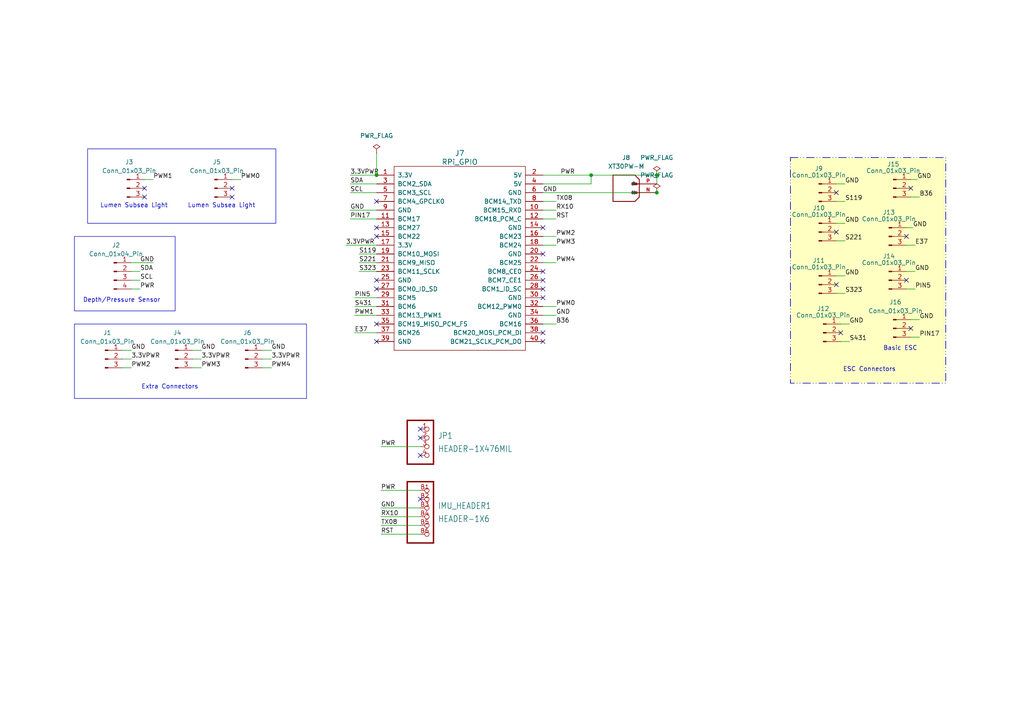
<source format=kicad_sch>
(kicad_sch
	(version 20231120)
	(generator "eeschema")
	(generator_version "8.0")
	(uuid "007693a8-55d4-4a89-abab-fb72a4d125f0")
	(paper "A4")
	(lib_symbols
		(symbol "Adafruit_library:HEADER-1X6"
			(exclude_from_sim no)
			(in_bom yes)
			(on_board yes)
			(property "Reference" "IMU_HEADER1"
				(at -24.13 3.81 0)
				(effects
					(font
						(size 1.778 1.5113)
					)
					(justify left)
				)
			)
			(property "Value" "HEADER-1X6"
				(at -24.13 0.41 0)
				(effects
					(font
						(size 1.778 1.5113)
					)
					(justify left)
				)
			)
			(property "Footprint" "Adafruit BNO055:Adafruit_BPO055"
				(at 0 0 0)
				(effects
					(font
						(size 1.27 1.27)
					)
					(hide yes)
				)
			)
			(property "Datasheet" ""
				(at 0 0 0)
				(effects
					(font
						(size 1.27 1.27)
					)
					(hide yes)
				)
			)
			(property "Description" ""
				(at 0 0 0)
				(effects
					(font
						(size 1.27 1.27)
					)
					(hide yes)
				)
			)
			(property "ki_locked" ""
				(at 0 0 0)
				(effects
					(font
						(size 1.27 1.27)
					)
				)
			)
			(symbol "HEADER-1X6_1_0"
				(polyline
					(pts
						(xy -6.35 -7.62) (xy 1.27 -7.62)
					)
					(stroke
						(width 0.4064)
						(type default)
					)
					(fill
						(type none)
					)
				)
				(polyline
					(pts
						(xy -6.35 10.16) (xy -6.35 -7.62)
					)
					(stroke
						(width 0.4064)
						(type default)
					)
					(fill
						(type none)
					)
				)
				(polyline
					(pts
						(xy 1.27 -7.62) (xy 1.27 10.16)
					)
					(stroke
						(width 0.4064)
						(type default)
					)
					(fill
						(type none)
					)
				)
				(polyline
					(pts
						(xy 1.27 10.16) (xy -6.35 10.16)
					)
					(stroke
						(width 0.4064)
						(type default)
					)
					(fill
						(type none)
					)
				)
				(pin passive inverted
					(at -2.54 7.62 0)
					(length 2.54)
					(name "B1"
						(effects
							(font
								(size 0 0)
							)
						)
					)
					(number "B1"
						(effects
							(font
								(size 1.27 1.27)
							)
						)
					)
				)
				(pin passive inverted
					(at -2.54 5.08 0)
					(length 2.54)
					(name "2"
						(effects
							(font
								(size 0 0)
							)
						)
					)
					(number "B2"
						(effects
							(font
								(size 1.27 1.27)
							)
						)
					)
				)
				(pin passive inverted
					(at -2.54 2.54 0)
					(length 2.54)
					(name "3_(GND)"
						(effects
							(font
								(size 0 0)
							)
						)
					)
					(number "B3"
						(effects
							(font
								(size 1.27 1.27)
							)
						)
					)
				)
				(pin passive inverted
					(at -2.54 0 0)
					(length 2.54)
					(name "4"
						(effects
							(font
								(size 0 0)
							)
						)
					)
					(number "B4"
						(effects
							(font
								(size 1.27 1.27)
							)
						)
					)
				)
				(pin passive inverted
					(at -2.54 -2.54 0)
					(length 2.54)
					(name "5"
						(effects
							(font
								(size 0 0)
							)
						)
					)
					(number "B5"
						(effects
							(font
								(size 1.27 1.27)
							)
						)
					)
				)
				(pin passive inverted
					(at -2.54 -5.08 0)
					(length 2.54)
					(name "B6"
						(effects
							(font
								(size 0 0)
							)
						)
					)
					(number "B6"
						(effects
							(font
								(size 1.27 1.27)
							)
						)
					)
				)
			)
		)
		(symbol "Connector:Conn_01x03_Pin"
			(pin_names
				(offset 1.016) hide)
			(exclude_from_sim no)
			(in_bom yes)
			(on_board yes)
			(property "Reference" "J"
				(at 0 5.08 0)
				(effects
					(font
						(size 1.27 1.27)
					)
				)
			)
			(property "Value" "Conn_01x03_Pin"
				(at 0 -5.08 0)
				(effects
					(font
						(size 1.27 1.27)
					)
				)
			)
			(property "Footprint" ""
				(at 0 0 0)
				(effects
					(font
						(size 1.27 1.27)
					)
					(hide yes)
				)
			)
			(property "Datasheet" "~"
				(at 0 0 0)
				(effects
					(font
						(size 1.27 1.27)
					)
					(hide yes)
				)
			)
			(property "Description" "Generic connector, single row, 01x03, script generated"
				(at 0 0 0)
				(effects
					(font
						(size 1.27 1.27)
					)
					(hide yes)
				)
			)
			(property "ki_locked" ""
				(at 0 0 0)
				(effects
					(font
						(size 1.27 1.27)
					)
				)
			)
			(property "ki_keywords" "connector"
				(at 0 0 0)
				(effects
					(font
						(size 1.27 1.27)
					)
					(hide yes)
				)
			)
			(property "ki_fp_filters" "Connector*:*_1x??_*"
				(at 0 0 0)
				(effects
					(font
						(size 1.27 1.27)
					)
					(hide yes)
				)
			)
			(symbol "Conn_01x03_Pin_1_1"
				(polyline
					(pts
						(xy 1.27 -2.54) (xy 0.8636 -2.54)
					)
					(stroke
						(width 0.1524)
						(type default)
					)
					(fill
						(type none)
					)
				)
				(polyline
					(pts
						(xy 1.27 0) (xy 0.8636 0)
					)
					(stroke
						(width 0.1524)
						(type default)
					)
					(fill
						(type none)
					)
				)
				(polyline
					(pts
						(xy 1.27 2.54) (xy 0.8636 2.54)
					)
					(stroke
						(width 0.1524)
						(type default)
					)
					(fill
						(type none)
					)
				)
				(rectangle
					(start 0.8636 -2.413)
					(end 0 -2.667)
					(stroke
						(width 0.1524)
						(type default)
					)
					(fill
						(type outline)
					)
				)
				(rectangle
					(start 0.8636 0.127)
					(end 0 -0.127)
					(stroke
						(width 0.1524)
						(type default)
					)
					(fill
						(type outline)
					)
				)
				(rectangle
					(start 0.8636 2.667)
					(end 0 2.413)
					(stroke
						(width 0.1524)
						(type default)
					)
					(fill
						(type outline)
					)
				)
				(pin passive line
					(at 5.08 2.54 180)
					(length 3.81)
					(name "Pin_1"
						(effects
							(font
								(size 1.27 1.27)
							)
						)
					)
					(number "1"
						(effects
							(font
								(size 1.27 1.27)
							)
						)
					)
				)
				(pin passive line
					(at 5.08 0 180)
					(length 3.81)
					(name "Pin_2"
						(effects
							(font
								(size 1.27 1.27)
							)
						)
					)
					(number "2"
						(effects
							(font
								(size 1.27 1.27)
							)
						)
					)
				)
				(pin passive line
					(at 5.08 -2.54 180)
					(length 3.81)
					(name "Pin_3"
						(effects
							(font
								(size 1.27 1.27)
							)
						)
					)
					(number "3"
						(effects
							(font
								(size 1.27 1.27)
							)
						)
					)
				)
			)
		)
		(symbol "Connector:Conn_01x04_Pin"
			(pin_names
				(offset 1.016) hide)
			(exclude_from_sim no)
			(in_bom yes)
			(on_board yes)
			(property "Reference" "J"
				(at 0 5.08 0)
				(effects
					(font
						(size 1.27 1.27)
					)
				)
			)
			(property "Value" "Conn_01x04_Pin"
				(at 0 -7.62 0)
				(effects
					(font
						(size 1.27 1.27)
					)
				)
			)
			(property "Footprint" ""
				(at 0 0 0)
				(effects
					(font
						(size 1.27 1.27)
					)
					(hide yes)
				)
			)
			(property "Datasheet" "~"
				(at 0 0 0)
				(effects
					(font
						(size 1.27 1.27)
					)
					(hide yes)
				)
			)
			(property "Description" "Generic connector, single row, 01x04, script generated"
				(at 0 0 0)
				(effects
					(font
						(size 1.27 1.27)
					)
					(hide yes)
				)
			)
			(property "ki_locked" ""
				(at 0 0 0)
				(effects
					(font
						(size 1.27 1.27)
					)
				)
			)
			(property "ki_keywords" "connector"
				(at 0 0 0)
				(effects
					(font
						(size 1.27 1.27)
					)
					(hide yes)
				)
			)
			(property "ki_fp_filters" "Connector*:*_1x??_*"
				(at 0 0 0)
				(effects
					(font
						(size 1.27 1.27)
					)
					(hide yes)
				)
			)
			(symbol "Conn_01x04_Pin_1_1"
				(polyline
					(pts
						(xy 1.27 -5.08) (xy 0.8636 -5.08)
					)
					(stroke
						(width 0.1524)
						(type default)
					)
					(fill
						(type none)
					)
				)
				(polyline
					(pts
						(xy 1.27 -2.54) (xy 0.8636 -2.54)
					)
					(stroke
						(width 0.1524)
						(type default)
					)
					(fill
						(type none)
					)
				)
				(polyline
					(pts
						(xy 1.27 0) (xy 0.8636 0)
					)
					(stroke
						(width 0.1524)
						(type default)
					)
					(fill
						(type none)
					)
				)
				(polyline
					(pts
						(xy 1.27 2.54) (xy 0.8636 2.54)
					)
					(stroke
						(width 0.1524)
						(type default)
					)
					(fill
						(type none)
					)
				)
				(rectangle
					(start 0.8636 -4.953)
					(end 0 -5.207)
					(stroke
						(width 0.1524)
						(type default)
					)
					(fill
						(type outline)
					)
				)
				(rectangle
					(start 0.8636 -2.413)
					(end 0 -2.667)
					(stroke
						(width 0.1524)
						(type default)
					)
					(fill
						(type outline)
					)
				)
				(rectangle
					(start 0.8636 0.127)
					(end 0 -0.127)
					(stroke
						(width 0.1524)
						(type default)
					)
					(fill
						(type outline)
					)
				)
				(rectangle
					(start 0.8636 2.667)
					(end 0 2.413)
					(stroke
						(width 0.1524)
						(type default)
					)
					(fill
						(type outline)
					)
				)
				(pin passive line
					(at 5.08 2.54 180)
					(length 3.81)
					(name "Pin_1"
						(effects
							(font
								(size 1.27 1.27)
							)
						)
					)
					(number "1"
						(effects
							(font
								(size 1.27 1.27)
							)
						)
					)
				)
				(pin passive line
					(at 5.08 0 180)
					(length 3.81)
					(name "Pin_2"
						(effects
							(font
								(size 1.27 1.27)
							)
						)
					)
					(number "2"
						(effects
							(font
								(size 1.27 1.27)
							)
						)
					)
				)
				(pin passive line
					(at 5.08 -2.54 180)
					(length 3.81)
					(name "Pin_3"
						(effects
							(font
								(size 1.27 1.27)
							)
						)
					)
					(number "3"
						(effects
							(font
								(size 1.27 1.27)
							)
						)
					)
				)
				(pin passive line
					(at 5.08 -5.08 180)
					(length 3.81)
					(name "Pin_4"
						(effects
							(font
								(size 1.27 1.27)
							)
						)
					)
					(number "4"
						(effects
							(font
								(size 1.27 1.27)
							)
						)
					)
				)
			)
		)
		(symbol "HEADER-1X476MIL_1"
			(exclude_from_sim no)
			(in_bom yes)
			(on_board yes)
			(property "Reference" "JP"
				(at -6.35 8.255 0)
				(effects
					(font
						(size 1.778 1.5113)
					)
					(justify left bottom)
				)
			)
			(property "Value" "HEADER-1X476MIL"
				(at -6.35 -7.62 0)
				(effects
					(font
						(size 1.778 1.5113)
					)
					(justify left bottom)
				)
			)
			(property "Footprint" "RPi_Hat_V2:1X04_ROUND_76"
				(at 0 0 0)
				(effects
					(font
						(size 1.27 1.27)
					)
					(hide yes)
				)
			)
			(property "Datasheet" ""
				(at 0 0 0)
				(effects
					(font
						(size 1.27 1.27)
					)
					(hide yes)
				)
			)
			(property "Description" ""
				(at 0 0 0)
				(effects
					(font
						(size 1.27 1.27)
					)
					(hide yes)
				)
			)
			(property "ki_locked" ""
				(at 0 0 0)
				(effects
					(font
						(size 1.27 1.27)
					)
				)
			)
			(symbol "HEADER-1X476MIL_1_1_0"
				(polyline
					(pts
						(xy -6.35 -5.08) (xy 1.27 -5.08)
					)
					(stroke
						(width 0.4064)
						(type default)
					)
					(fill
						(type none)
					)
				)
				(polyline
					(pts
						(xy -6.35 7.62) (xy -6.35 -5.08)
					)
					(stroke
						(width 0.4064)
						(type default)
					)
					(fill
						(type none)
					)
				)
				(polyline
					(pts
						(xy 1.27 -5.08) (xy 1.27 7.62)
					)
					(stroke
						(width 0.4064)
						(type default)
					)
					(fill
						(type none)
					)
				)
				(polyline
					(pts
						(xy 1.27 7.62) (xy -6.35 7.62)
					)
					(stroke
						(width 0.4064)
						(type default)
					)
					(fill
						(type none)
					)
				)
				(pin passive inverted
					(at -2.54 5.08 0)
					(length 2.54)
					(name "1"
						(effects
							(font
								(size 0 0)
							)
						)
					)
					(number "1"
						(effects
							(font
								(size 1.27 1.27)
							)
						)
					)
				)
				(pin passive inverted
					(at -2.54 2.54 0)
					(length 2.54)
					(name "2"
						(effects
							(font
								(size 0 0)
							)
						)
					)
					(number "2"
						(effects
							(font
								(size 1.27 1.27)
							)
						)
					)
				)
				(pin passive inverted
					(at -2.54 0 0)
					(length 2.54)
					(name "3"
						(effects
							(font
								(size 0 0)
							)
						)
					)
					(number "3"
						(effects
							(font
								(size 1.27 1.27)
							)
						)
					)
				)
				(pin passive inverted
					(at -2.54 -2.54 0)
					(length 2.54)
					(name "4"
						(effects
							(font
								(size 0 0)
							)
						)
					)
					(number "4"
						(effects
							(font
								(size 1.27 1.27)
							)
						)
					)
				)
			)
		)
		(symbol "RPi_Hat:RPi_GPIO"
			(pin_names
				(offset 1.016)
			)
			(exclude_from_sim no)
			(in_bom yes)
			(on_board yes)
			(property "Reference" "J"
				(at 19.05 6.35 0)
				(effects
					(font
						(size 1.524 1.524)
					)
				)
			)
			(property "Value" "RPi_GPIO"
				(at 19.05 3.81 0)
				(effects
					(font
						(size 1.524 1.524)
					)
				)
			)
			(property "Footprint" ""
				(at 0 0 0)
				(effects
					(font
						(size 1.524 1.524)
					)
				)
			)
			(property "Datasheet" ""
				(at 0 0 0)
				(effects
					(font
						(size 1.524 1.524)
					)
				)
			)
			(property "Description" ""
				(at 0 0 0)
				(effects
					(font
						(size 1.27 1.27)
					)
					(hide yes)
				)
			)
			(symbol "RPi_GPIO_0_1"
				(rectangle
					(start 0 2.54)
					(end 38.1 -50.8)
					(stroke
						(width 0)
						(type default)
					)
					(fill
						(type none)
					)
				)
			)
			(symbol "RPi_GPIO_1_1"
				(pin power_in line
					(at -5.08 0 0)
					(length 5.08)
					(name "3.3V"
						(effects
							(font
								(size 1.27 1.27)
							)
						)
					)
					(number "1"
						(effects
							(font
								(size 1.27 1.27)
							)
						)
					)
				)
				(pin bidirectional line
					(at 43.18 -10.16 180)
					(length 5.08)
					(name "BCM15_RXD"
						(effects
							(font
								(size 1.27 1.27)
							)
						)
					)
					(number "10"
						(effects
							(font
								(size 1.27 1.27)
							)
						)
					)
				)
				(pin bidirectional line
					(at -5.08 -12.7 0)
					(length 5.08)
					(name "BCM17"
						(effects
							(font
								(size 1.27 1.27)
							)
						)
					)
					(number "11"
						(effects
							(font
								(size 1.27 1.27)
							)
						)
					)
				)
				(pin bidirectional line
					(at 43.18 -12.7 180)
					(length 5.08)
					(name "BCM18_PCM_C"
						(effects
							(font
								(size 1.27 1.27)
							)
						)
					)
					(number "12"
						(effects
							(font
								(size 1.27 1.27)
							)
						)
					)
				)
				(pin bidirectional line
					(at -5.08 -15.24 0)
					(length 5.08)
					(name "BCM27"
						(effects
							(font
								(size 1.27 1.27)
							)
						)
					)
					(number "13"
						(effects
							(font
								(size 1.27 1.27)
							)
						)
					)
				)
				(pin power_in line
					(at 43.18 -15.24 180)
					(length 5.08)
					(name "GND"
						(effects
							(font
								(size 1.27 1.27)
							)
						)
					)
					(number "14"
						(effects
							(font
								(size 1.27 1.27)
							)
						)
					)
				)
				(pin bidirectional line
					(at -5.08 -17.78 0)
					(length 5.08)
					(name "BCM22"
						(effects
							(font
								(size 1.27 1.27)
							)
						)
					)
					(number "15"
						(effects
							(font
								(size 1.27 1.27)
							)
						)
					)
				)
				(pin bidirectional line
					(at 43.18 -17.78 180)
					(length 5.08)
					(name "BCM23"
						(effects
							(font
								(size 1.27 1.27)
							)
						)
					)
					(number "16"
						(effects
							(font
								(size 1.27 1.27)
							)
						)
					)
				)
				(pin power_in line
					(at -5.08 -20.32 0)
					(length 5.08)
					(name "3.3V"
						(effects
							(font
								(size 1.27 1.27)
							)
						)
					)
					(number "17"
						(effects
							(font
								(size 1.27 1.27)
							)
						)
					)
				)
				(pin bidirectional line
					(at 43.18 -20.32 180)
					(length 5.08)
					(name "BCM24"
						(effects
							(font
								(size 1.27 1.27)
							)
						)
					)
					(number "18"
						(effects
							(font
								(size 1.27 1.27)
							)
						)
					)
				)
				(pin bidirectional line
					(at -5.08 -22.86 0)
					(length 5.08)
					(name "BCM10_MOSI"
						(effects
							(font
								(size 1.27 1.27)
							)
						)
					)
					(number "19"
						(effects
							(font
								(size 1.27 1.27)
							)
						)
					)
				)
				(pin power_in line
					(at 43.18 0 180)
					(length 5.08)
					(name "5V"
						(effects
							(font
								(size 1.27 1.27)
							)
						)
					)
					(number "2"
						(effects
							(font
								(size 1.27 1.27)
							)
						)
					)
				)
				(pin power_in line
					(at 43.18 -22.86 180)
					(length 5.08)
					(name "GND"
						(effects
							(font
								(size 1.27 1.27)
							)
						)
					)
					(number "20"
						(effects
							(font
								(size 1.27 1.27)
							)
						)
					)
				)
				(pin bidirectional line
					(at -5.08 -25.4 0)
					(length 5.08)
					(name "BCM9_MISO"
						(effects
							(font
								(size 1.27 1.27)
							)
						)
					)
					(number "21"
						(effects
							(font
								(size 1.27 1.27)
							)
						)
					)
				)
				(pin bidirectional line
					(at 43.18 -25.4 180)
					(length 5.08)
					(name "BCM25"
						(effects
							(font
								(size 1.27 1.27)
							)
						)
					)
					(number "22"
						(effects
							(font
								(size 1.27 1.27)
							)
						)
					)
				)
				(pin bidirectional line
					(at -5.08 -27.94 0)
					(length 5.08)
					(name "BCM11_SCLK"
						(effects
							(font
								(size 1.27 1.27)
							)
						)
					)
					(number "23"
						(effects
							(font
								(size 1.27 1.27)
							)
						)
					)
				)
				(pin bidirectional line
					(at 43.18 -27.94 180)
					(length 5.08)
					(name "BCM8_CE0"
						(effects
							(font
								(size 1.27 1.27)
							)
						)
					)
					(number "24"
						(effects
							(font
								(size 1.27 1.27)
							)
						)
					)
				)
				(pin power_in line
					(at -5.08 -30.48 0)
					(length 5.08)
					(name "GND"
						(effects
							(font
								(size 1.27 1.27)
							)
						)
					)
					(number "25"
						(effects
							(font
								(size 1.27 1.27)
							)
						)
					)
				)
				(pin bidirectional line
					(at 43.18 -30.48 180)
					(length 5.08)
					(name "BCM7_CE1"
						(effects
							(font
								(size 1.27 1.27)
							)
						)
					)
					(number "26"
						(effects
							(font
								(size 1.27 1.27)
							)
						)
					)
				)
				(pin bidirectional line
					(at -5.08 -33.02 0)
					(length 5.08)
					(name "BCM0_ID_SD"
						(effects
							(font
								(size 1.27 1.27)
							)
						)
					)
					(number "27"
						(effects
							(font
								(size 1.27 1.27)
							)
						)
					)
				)
				(pin bidirectional line
					(at 43.18 -33.02 180)
					(length 5.08)
					(name "BCM1_ID_SC"
						(effects
							(font
								(size 1.27 1.27)
							)
						)
					)
					(number "28"
						(effects
							(font
								(size 1.27 1.27)
							)
						)
					)
				)
				(pin bidirectional line
					(at -5.08 -35.56 0)
					(length 5.08)
					(name "BCM5"
						(effects
							(font
								(size 1.27 1.27)
							)
						)
					)
					(number "29"
						(effects
							(font
								(size 1.27 1.27)
							)
						)
					)
				)
				(pin bidirectional line
					(at -5.08 -2.54 0)
					(length 5.08)
					(name "BCM2_SDA"
						(effects
							(font
								(size 1.27 1.27)
							)
						)
					)
					(number "3"
						(effects
							(font
								(size 1.27 1.27)
							)
						)
					)
				)
				(pin power_in line
					(at 43.18 -35.56 180)
					(length 5.08)
					(name "GND"
						(effects
							(font
								(size 1.27 1.27)
							)
						)
					)
					(number "30"
						(effects
							(font
								(size 1.27 1.27)
							)
						)
					)
				)
				(pin bidirectional line
					(at -5.08 -38.1 0)
					(length 5.08)
					(name "BCM6"
						(effects
							(font
								(size 1.27 1.27)
							)
						)
					)
					(number "31"
						(effects
							(font
								(size 1.27 1.27)
							)
						)
					)
				)
				(pin bidirectional line
					(at 43.18 -38.1 180)
					(length 5.08)
					(name "BCM12_PWM0"
						(effects
							(font
								(size 1.27 1.27)
							)
						)
					)
					(number "32"
						(effects
							(font
								(size 1.27 1.27)
							)
						)
					)
				)
				(pin bidirectional line
					(at -5.08 -40.64 0)
					(length 5.08)
					(name "BCM13_PWM1"
						(effects
							(font
								(size 1.27 1.27)
							)
						)
					)
					(number "33"
						(effects
							(font
								(size 1.27 1.27)
							)
						)
					)
				)
				(pin power_in line
					(at 43.18 -40.64 180)
					(length 5.08)
					(name "GND"
						(effects
							(font
								(size 1.27 1.27)
							)
						)
					)
					(number "34"
						(effects
							(font
								(size 1.27 1.27)
							)
						)
					)
				)
				(pin bidirectional line
					(at -5.08 -43.18 0)
					(length 5.08)
					(name "BCM19_MISO_PCM_FS"
						(effects
							(font
								(size 1.27 1.27)
							)
						)
					)
					(number "35"
						(effects
							(font
								(size 1.27 1.27)
							)
						)
					)
				)
				(pin bidirectional line
					(at 43.18 -43.18 180)
					(length 5.08)
					(name "BCM16"
						(effects
							(font
								(size 1.27 1.27)
							)
						)
					)
					(number "36"
						(effects
							(font
								(size 1.27 1.27)
							)
						)
					)
				)
				(pin bidirectional line
					(at -5.08 -45.72 0)
					(length 5.08)
					(name "BCM26"
						(effects
							(font
								(size 1.27 1.27)
							)
						)
					)
					(number "37"
						(effects
							(font
								(size 1.27 1.27)
							)
						)
					)
				)
				(pin bidirectional line
					(at 43.18 -45.72 180)
					(length 5.08)
					(name "BCM20_MOSI_PCM_DI"
						(effects
							(font
								(size 1.27 1.27)
							)
						)
					)
					(number "38"
						(effects
							(font
								(size 1.27 1.27)
							)
						)
					)
				)
				(pin power_in line
					(at -5.08 -48.26 0)
					(length 5.08)
					(name "GND"
						(effects
							(font
								(size 1.27 1.27)
							)
						)
					)
					(number "39"
						(effects
							(font
								(size 1.27 1.27)
							)
						)
					)
				)
				(pin power_in line
					(at 43.18 -2.54 180)
					(length 5.08)
					(name "5V"
						(effects
							(font
								(size 1.27 1.27)
							)
						)
					)
					(number "4"
						(effects
							(font
								(size 1.27 1.27)
							)
						)
					)
				)
				(pin bidirectional line
					(at 43.18 -48.26 180)
					(length 5.08)
					(name "BCM21_SCLK_PCM_DO"
						(effects
							(font
								(size 1.27 1.27)
							)
						)
					)
					(number "40"
						(effects
							(font
								(size 1.27 1.27)
							)
						)
					)
				)
				(pin bidirectional line
					(at -5.08 -5.08 0)
					(length 5.08)
					(name "BCM3_SCL"
						(effects
							(font
								(size 1.27 1.27)
							)
						)
					)
					(number "5"
						(effects
							(font
								(size 1.27 1.27)
							)
						)
					)
				)
				(pin power_in line
					(at 43.18 -5.08 180)
					(length 5.08)
					(name "GND"
						(effects
							(font
								(size 1.27 1.27)
							)
						)
					)
					(number "6"
						(effects
							(font
								(size 1.27 1.27)
							)
						)
					)
				)
				(pin bidirectional line
					(at -5.08 -7.62 0)
					(length 5.08)
					(name "BCM4_GPCLK0"
						(effects
							(font
								(size 1.27 1.27)
							)
						)
					)
					(number "7"
						(effects
							(font
								(size 1.27 1.27)
							)
						)
					)
				)
				(pin bidirectional line
					(at 43.18 -7.62 180)
					(length 5.08)
					(name "BCM14_TXD"
						(effects
							(font
								(size 1.27 1.27)
							)
						)
					)
					(number "8"
						(effects
							(font
								(size 1.27 1.27)
							)
						)
					)
				)
				(pin power_in line
					(at -5.08 -10.16 0)
					(length 5.08)
					(name "GND"
						(effects
							(font
								(size 1.27 1.27)
							)
						)
					)
					(number "9"
						(effects
							(font
								(size 1.27 1.27)
							)
						)
					)
				)
			)
		)
		(symbol "XT30PW-M:XT30PW-M"
			(pin_names
				(offset 1.016)
			)
			(exclude_from_sim no)
			(in_bom yes)
			(on_board yes)
			(property "Reference" "J"
				(at -7.62 3.302 0)
				(effects
					(font
						(size 1.27 1.27)
					)
					(justify left bottom)
				)
			)
			(property "Value" "XT30PW-M"
				(at -7.62 -7.62 0)
				(effects
					(font
						(size 1.27 1.27)
					)
					(justify left bottom)
				)
			)
			(property "Footprint" ""
				(at 1.27 12.192 0)
				(effects
					(font
						(size 1.27 1.27)
					)
					(justify bottom)
					(hide yes)
				)
			)
			(property "Datasheet" ""
				(at 0 0 0)
				(effects
					(font
						(size 1.27 1.27)
					)
					(hide yes)
				)
			)
			(property "Description" ""
				(at 0 0 0)
				(effects
					(font
						(size 1.27 1.27)
					)
					(hide yes)
				)
			)
			(property "MF" ""
				(at 21.082 14.986 0)
				(effects
					(font
						(size 1.27 1.27)
					)
					(justify bottom)
					(hide yes)
				)
			)
			(property "MAXIMUM_PACKAGE_HEIGHT" ""
				(at 20.32 12.7 0)
				(effects
					(font
						(size 1.27 1.27)
					)
					(justify bottom)
					(hide yes)
				)
			)
			(property "Package" ""
				(at 5.588 7.874 0)
				(effects
					(font
						(size 1.27 1.27)
					)
					(justify bottom)
					(hide yes)
				)
			)
			(property "Price" ""
				(at 0 9.398 0)
				(effects
					(font
						(size 1.27 1.27)
					)
					(justify bottom)
					(hide yes)
				)
			)
			(property "Check_prices" ""
				(at 0 0 0)
				(effects
					(font
						(size 1.27 1.27)
					)
					(justify bottom)
					(hide yes)
				)
			)
			(property "STANDARD" ""
				(at 20.574 6.858 0)
				(effects
					(font
						(size 1.27 1.27)
					)
					(justify bottom)
					(hide yes)
				)
			)
			(property "PARTREV" ""
				(at 19.05 -5.08 0)
				(effects
					(font
						(size 1.27 1.27)
					)
					(justify bottom)
					(hide yes)
				)
			)
			(property "SnapEDA_Link" ""
				(at 0 0 0)
				(effects
					(font
						(size 1.27 1.27)
					)
					(justify bottom)
					(hide yes)
				)
			)
			(property "MP" ""
				(at -9.398 9.144 0)
				(effects
					(font
						(size 1.27 1.27)
					)
					(justify bottom)
					(hide yes)
				)
			)
			(property "Description_1" ""
				(at 0 0 0)
				(effects
					(font
						(size 1.27 1.27)
					)
					(justify bottom)
					(hide yes)
				)
			)
			(property "MANUFACTURER" ""
				(at 9.652 4.064 0)
				(effects
					(font
						(size 1.27 1.27)
					)
					(justify bottom)
					(hide yes)
				)
			)
			(property "Availability" ""
				(at -15.24 17.526 0)
				(effects
					(font
						(size 1.27 1.27)
					)
					(justify bottom)
					(hide yes)
				)
			)
			(property "SNAPEDA_PN" ""
				(at 1.524 16.764 0)
				(effects
					(font
						(size 1.27 1.27)
					)
					(justify bottom)
					(hide yes)
				)
			)
			(symbol "XT30PW-M_0_0"
				(rectangle
					(start -2.2225 -2.8575)
					(end -0.635 -2.2225)
					(stroke
						(width 0.1)
						(type default)
					)
					(fill
						(type outline)
					)
				)
				(rectangle
					(start -2.2225 -0.3175)
					(end -0.635 0.3175)
					(stroke
						(width 0.1)
						(type default)
					)
					(fill
						(type outline)
					)
				)
				(polyline
					(pts
						(xy -7.62 -5.08) (xy -7.62 2.54)
					)
					(stroke
						(width 0.254)
						(type default)
					)
					(fill
						(type none)
					)
				)
				(polyline
					(pts
						(xy -7.62 2.54) (xy -1.27 2.54)
					)
					(stroke
						(width 0.254)
						(type default)
					)
					(fill
						(type none)
					)
				)
				(polyline
					(pts
						(xy -1.27 -5.08) (xy -7.62 -5.08)
					)
					(stroke
						(width 0.254)
						(type default)
					)
					(fill
						(type none)
					)
				)
				(polyline
					(pts
						(xy 0 -3.81) (xy -1.27 -5.08)
					)
					(stroke
						(width 0.254)
						(type default)
					)
					(fill
						(type none)
					)
				)
				(polyline
					(pts
						(xy 0 -2.54) (xy -1.905 -2.54)
					)
					(stroke
						(width 0.254)
						(type default)
					)
					(fill
						(type none)
					)
				)
				(polyline
					(pts
						(xy 0 0) (xy -1.905 0)
					)
					(stroke
						(width 0.254)
						(type default)
					)
					(fill
						(type none)
					)
				)
				(polyline
					(pts
						(xy 0 0) (xy 0 -3.81)
					)
					(stroke
						(width 0.254)
						(type default)
					)
					(fill
						(type none)
					)
				)
				(polyline
					(pts
						(xy 0 1.27) (xy -1.27 2.54)
					)
					(stroke
						(width 0.254)
						(type default)
					)
					(fill
						(type none)
					)
				)
				(polyline
					(pts
						(xy 0 1.27) (xy 0 0)
					)
					(stroke
						(width 0.254)
						(type default)
					)
					(fill
						(type none)
					)
				)
				(pin power_in line
					(at 5.08 -2.54 180)
					(length 5.08)
					(name "N"
						(effects
							(font
								(size 1.016 1.016)
							)
						)
					)
					(number "N"
						(effects
							(font
								(size 1.016 1.016)
							)
						)
					)
				)
				(pin power_in line
					(at 5.08 0 180)
					(length 5.08)
					(name "P"
						(effects
							(font
								(size 1.016 1.016)
							)
						)
					)
					(number "P"
						(effects
							(font
								(size 1.016 1.016)
							)
						)
					)
				)
			)
		)
		(symbol "power:PWR_FLAG"
			(power)
			(pin_numbers hide)
			(pin_names
				(offset 0) hide)
			(exclude_from_sim no)
			(in_bom yes)
			(on_board yes)
			(property "Reference" "#FLG"
				(at 0 1.905 0)
				(effects
					(font
						(size 1.27 1.27)
					)
					(hide yes)
				)
			)
			(property "Value" "PWR_FLAG"
				(at 0 3.81 0)
				(effects
					(font
						(size 1.27 1.27)
					)
				)
			)
			(property "Footprint" ""
				(at 0 0 0)
				(effects
					(font
						(size 1.27 1.27)
					)
					(hide yes)
				)
			)
			(property "Datasheet" "~"
				(at 0 0 0)
				(effects
					(font
						(size 1.27 1.27)
					)
					(hide yes)
				)
			)
			(property "Description" "Special symbol for telling ERC where power comes from"
				(at 0 0 0)
				(effects
					(font
						(size 1.27 1.27)
					)
					(hide yes)
				)
			)
			(property "ki_keywords" "flag power"
				(at 0 0 0)
				(effects
					(font
						(size 1.27 1.27)
					)
					(hide yes)
				)
			)
			(symbol "PWR_FLAG_0_0"
				(pin power_out line
					(at 0 0 90)
					(length 0)
					(name "~"
						(effects
							(font
								(size 1.27 1.27)
							)
						)
					)
					(number "1"
						(effects
							(font
								(size 1.27 1.27)
							)
						)
					)
				)
			)
			(symbol "PWR_FLAG_0_1"
				(polyline
					(pts
						(xy 0 0) (xy 0 1.27) (xy -1.016 1.905) (xy 0 2.54) (xy 1.016 1.905) (xy 0 1.27)
					)
					(stroke
						(width 0)
						(type default)
					)
					(fill
						(type none)
					)
				)
			)
		)
	)
	(junction
		(at 109.22 50.8)
		(diameter 0)
		(color 0 0 0 0)
		(uuid "720181ea-836c-41a2-8501-c0ab698ae16a")
	)
	(junction
		(at 171.45 50.8)
		(diameter 0)
		(color 0 0 0 0)
		(uuid "9c67e81a-11f6-4f7e-b11f-7ef62f1a6be2")
	)
	(junction
		(at 190.5 50.8)
		(diameter 0)
		(color 0 0 0 0)
		(uuid "c37b0a38-1b89-4e84-89c5-cecdb9ef13ab")
	)
	(junction
		(at 190.5 55.88)
		(diameter 0)
		(color 0 0 0 0)
		(uuid "cfdbb194-6b24-4501-b4b7-a1ab83315b11")
	)
	(no_connect
		(at 41.91 57.15)
		(uuid "0400d848-4a06-41a2-b47c-ccd92c6c7d32")
	)
	(no_connect
		(at 121.92 124.46)
		(uuid "0f5b4316-8bb7-407b-97ca-f00708e3865d")
	)
	(no_connect
		(at 262.89 81.28)
		(uuid "11cab63e-f235-4977-9597-54a6dda17949")
	)
	(no_connect
		(at 157.48 81.28)
		(uuid "12389b05-13af-4c18-bb4e-9aac3de38fa7")
	)
	(no_connect
		(at 67.31 57.15)
		(uuid "14af43c1-62ee-4f8e-b619-b938892a3fa3")
	)
	(no_connect
		(at 109.22 81.28)
		(uuid "185d1eaf-664f-43fc-a98f-53e834fbce3b")
	)
	(no_connect
		(at 121.92 127)
		(uuid "2503034f-32ce-4ed6-aca2-0de2d025525a")
	)
	(no_connect
		(at 157.48 78.74)
		(uuid "2e55cdb0-8ed2-4e54-9a03-01cb66891b57")
	)
	(no_connect
		(at 109.22 93.98)
		(uuid "36d69cd2-944c-47cb-85e1-a9ea0fe356bf")
	)
	(no_connect
		(at 243.84 96.52)
		(uuid "3c30610b-526a-47ed-8e9f-c50c3e7d6adf")
	)
	(no_connect
		(at 264.16 95.25)
		(uuid "3d9c22eb-9309-4baf-98c1-9d96258bd5fd")
	)
	(no_connect
		(at 121.92 132.08)
		(uuid "4230bbaf-d424-44b0-8af4-5579460615da")
	)
	(no_connect
		(at 109.22 68.58)
		(uuid "5289eaaa-54e7-4848-b665-e034c77ebdec")
	)
	(no_connect
		(at 242.57 55.88)
		(uuid "546ce18e-1f04-47c6-a4b9-88a5e2c86195")
	)
	(no_connect
		(at 109.22 99.06)
		(uuid "62065bc6-f4ed-4332-8888-7766d58374da")
	)
	(no_connect
		(at 264.16 54.61)
		(uuid "66bd36f5-b973-4f20-9e7f-5c287c30cb78")
	)
	(no_connect
		(at 157.48 96.52)
		(uuid "69098ad5-10aa-47d6-9918-e8fcdf435124")
	)
	(no_connect
		(at 157.48 83.82)
		(uuid "7d46ca46-1da9-455f-9b8a-6b141344f923")
	)
	(no_connect
		(at 157.48 99.06)
		(uuid "806e791d-d9c8-4ea3-bde9-868933e7bb5a")
	)
	(no_connect
		(at 157.48 66.04)
		(uuid "85ac1696-ca7e-43a0-93b9-05ec6ae1ba3e")
	)
	(no_connect
		(at 242.57 82.55)
		(uuid "894e2453-ae26-4295-9b57-de105a14df73")
	)
	(no_connect
		(at 242.57 67.31)
		(uuid "92d0d1e5-9e9f-4919-af77-9b6538028a26")
	)
	(no_connect
		(at 109.22 83.82)
		(uuid "9d429416-48e3-4da9-bb70-40edf8719c95")
	)
	(no_connect
		(at 121.92 144.78)
		(uuid "a3c863a8-a5d7-49fe-b826-ca00d26072f2")
	)
	(no_connect
		(at 41.91 54.61)
		(uuid "c13efe2c-b76a-42e5-8467-845e2852a663")
	)
	(no_connect
		(at 157.48 86.36)
		(uuid "ca264212-0d92-4738-bc29-d58b4ac91fd1")
	)
	(no_connect
		(at 109.22 58.42)
		(uuid "d25e6855-ce7a-4012-aced-70a7fd3b56a6")
	)
	(no_connect
		(at 67.31 54.61)
		(uuid "d687f16c-60de-450f-b2cc-3fc43039886f")
	)
	(no_connect
		(at 262.89 68.58)
		(uuid "ddcb09fa-bcc9-4859-a042-5450dc451459")
	)
	(no_connect
		(at 157.48 73.66)
		(uuid "e492bdf6-af40-4bb7-a872-a0a6db7dbdc8")
	)
	(no_connect
		(at 109.22 66.04)
		(uuid "f5cb3fde-9bf2-459f-a444-2daae15977db")
	)
	(wire
		(pts
			(xy 157.48 93.98) (xy 161.29 93.98)
		)
		(stroke
			(width 0)
			(type default)
		)
		(uuid "0cce59f0-7488-4d7d-b915-cf075ac6f448")
	)
	(wire
		(pts
			(xy 102.87 88.9) (xy 109.22 88.9)
		)
		(stroke
			(width 0)
			(type default)
		)
		(uuid "0f3f759f-d90f-459d-adce-495dc1aa445f")
	)
	(wire
		(pts
			(xy 102.87 96.52) (xy 109.22 96.52)
		)
		(stroke
			(width 0)
			(type default)
		)
		(uuid "0fdbbb61-060d-4dab-a2e0-53c882826f22")
	)
	(wire
		(pts
			(xy 242.57 58.42) (xy 245.11 58.42)
		)
		(stroke
			(width 0)
			(type default)
		)
		(uuid "114d1459-7c19-4016-b471-b81cb7d79ab1")
	)
	(wire
		(pts
			(xy 104.14 76.2) (xy 109.22 76.2)
		)
		(stroke
			(width 0)
			(type default)
		)
		(uuid "1695275c-f06c-43df-9a66-6c824d19dd70")
	)
	(wire
		(pts
			(xy 35.56 106.68) (xy 38.1 106.68)
		)
		(stroke
			(width 0)
			(type default)
		)
		(uuid "19525ea2-9939-4caa-bd2b-42d72f825f5a")
	)
	(wire
		(pts
			(xy 41.91 52.07) (xy 44.45 52.07)
		)
		(stroke
			(width 0)
			(type default)
		)
		(uuid "23c6c9f0-13bd-419d-8126-695989d4070c")
	)
	(wire
		(pts
			(xy 157.48 55.88) (xy 190.5 55.88)
		)
		(stroke
			(width 0)
			(type default)
		)
		(uuid "2594c0ae-b82f-4770-8900-9a993a2eb50e")
	)
	(wire
		(pts
			(xy 76.2 106.68) (xy 78.74 106.68)
		)
		(stroke
			(width 0)
			(type default)
		)
		(uuid "2844ac71-05d7-4f92-a064-a73132cf00b8")
	)
	(wire
		(pts
			(xy 102.87 91.44) (xy 109.22 91.44)
		)
		(stroke
			(width 0)
			(type default)
		)
		(uuid "2b9d045d-3f90-481c-8c37-69edf6461a7a")
	)
	(wire
		(pts
			(xy 104.14 73.66) (xy 109.22 73.66)
		)
		(stroke
			(width 0)
			(type default)
		)
		(uuid "344e8449-423e-4c70-baac-52fb72585f06")
	)
	(wire
		(pts
			(xy 242.57 53.34) (xy 245.11 53.34)
		)
		(stroke
			(width 0)
			(type default)
		)
		(uuid "380ad34b-d7c1-40c3-a50f-aa767b955c75")
	)
	(wire
		(pts
			(xy 104.14 78.74) (xy 109.22 78.74)
		)
		(stroke
			(width 0)
			(type default)
		)
		(uuid "3936b0f3-64af-4ca7-a458-1e4ade18f36a")
	)
	(wire
		(pts
			(xy 100.33 71.12) (xy 109.22 71.12)
		)
		(stroke
			(width 0)
			(type default)
		)
		(uuid "39a2fa82-fa03-4b33-900e-28d8e6026189")
	)
	(wire
		(pts
			(xy 110.49 142.24) (xy 121.92 142.24)
		)
		(stroke
			(width 0)
			(type default)
		)
		(uuid "3b282b35-4402-4ee4-b1ef-497fc269addf")
	)
	(wire
		(pts
			(xy 171.45 53.34) (xy 171.45 50.8)
		)
		(stroke
			(width 0)
			(type default)
		)
		(uuid "40c81c7b-80f6-47c6-8850-68a399924b7c")
	)
	(wire
		(pts
			(xy 157.48 50.8) (xy 171.45 50.8)
		)
		(stroke
			(width 0)
			(type default)
		)
		(uuid "41ee29c7-ac23-4d50-9ab2-c2a37024f7b0")
	)
	(wire
		(pts
			(xy 101.6 53.34) (xy 109.22 53.34)
		)
		(stroke
			(width 0)
			(type default)
		)
		(uuid "41f2941c-0c6f-4bab-9c8e-9d2ba69766f7")
	)
	(wire
		(pts
			(xy 242.57 85.09) (xy 245.11 85.09)
		)
		(stroke
			(width 0)
			(type default)
		)
		(uuid "465b08db-36a5-4a91-affd-3f456316a26f")
	)
	(wire
		(pts
			(xy 55.88 106.68) (xy 58.42 106.68)
		)
		(stroke
			(width 0)
			(type default)
		)
		(uuid "48d01438-94ff-4d66-b2a8-8e0980b319c8")
	)
	(wire
		(pts
			(xy 264.16 97.79) (xy 266.7 97.79)
		)
		(stroke
			(width 0)
			(type default)
		)
		(uuid "4c327b1e-15eb-4704-8d7b-b20447bc135c")
	)
	(wire
		(pts
			(xy 264.16 52.07) (xy 266.065 52.07)
		)
		(stroke
			(width 0)
			(type default)
		)
		(uuid "5133fea7-518b-4bf5-b893-81729ba4c626")
	)
	(wire
		(pts
			(xy 157.48 88.9) (xy 161.29 88.9)
		)
		(stroke
			(width 0)
			(type default)
		)
		(uuid "57a35ef6-f69e-4415-8e84-cd0f6078403b")
	)
	(wire
		(pts
			(xy 242.57 80.01) (xy 245.11 80.01)
		)
		(stroke
			(width 0)
			(type default)
		)
		(uuid "5f2095db-bb16-4c73-b17c-735a5593094c")
	)
	(wire
		(pts
			(xy 38.1 78.74) (xy 40.64 78.74)
		)
		(stroke
			(width 0)
			(type default)
		)
		(uuid "5f467f52-a216-43cd-8ebb-f7228e03c102")
	)
	(wire
		(pts
			(xy 157.48 91.44) (xy 161.29 91.44)
		)
		(stroke
			(width 0)
			(type default)
		)
		(uuid "5fe041b6-028b-4094-b307-8b004c3abf1d")
	)
	(wire
		(pts
			(xy 55.88 104.14) (xy 58.42 104.14)
		)
		(stroke
			(width 0)
			(type default)
		)
		(uuid "62162d36-9147-48ac-a559-7999dcad2107")
	)
	(wire
		(pts
			(xy 38.1 83.82) (xy 40.64 83.82)
		)
		(stroke
			(width 0)
			(type default)
		)
		(uuid "653ba362-9ba1-47d7-b993-e2e5280a506a")
	)
	(wire
		(pts
			(xy 110.49 149.86) (xy 121.92 149.86)
		)
		(stroke
			(width 0)
			(type default)
		)
		(uuid "6a22ec36-b7cf-44f3-bd39-8780a412aa36")
	)
	(wire
		(pts
			(xy 35.56 104.14) (xy 38.1 104.14)
		)
		(stroke
			(width 0)
			(type default)
		)
		(uuid "7152ed95-5dbc-462c-a6ae-6867d6ceee64")
	)
	(wire
		(pts
			(xy 76.2 104.14) (xy 78.74 104.14)
		)
		(stroke
			(width 0)
			(type default)
		)
		(uuid "72b17ce1-a7e0-4234-b43d-2c6c99317f9e")
	)
	(wire
		(pts
			(xy 38.1 76.2) (xy 44.45 76.2)
		)
		(stroke
			(width 0)
			(type default)
		)
		(uuid "7cf96882-1665-4750-8452-461bef6dd9d1")
	)
	(wire
		(pts
			(xy 157.48 71.12) (xy 161.29 71.12)
		)
		(stroke
			(width 0)
			(type default)
		)
		(uuid "7d5b3794-c47d-43c3-8df1-6a843559d902")
	)
	(wire
		(pts
			(xy 157.48 63.5) (xy 161.29 63.5)
		)
		(stroke
			(width 0)
			(type default)
		)
		(uuid "7dccfc86-a009-4b9b-9f17-2518a60dca68")
	)
	(wire
		(pts
			(xy 190.5 50.8) (xy 190.5 53.34)
		)
		(stroke
			(width 0)
			(type default)
		)
		(uuid "8354b85a-bc18-4dd7-ae19-593194325775")
	)
	(wire
		(pts
			(xy 243.84 93.98) (xy 246.38 93.98)
		)
		(stroke
			(width 0)
			(type default)
		)
		(uuid "87e3b666-cc0d-436c-b398-dcd212f926be")
	)
	(wire
		(pts
			(xy 101.6 55.88) (xy 109.22 55.88)
		)
		(stroke
			(width 0)
			(type default)
		)
		(uuid "886a0315-bcab-474c-96f7-6026108fe7f4")
	)
	(wire
		(pts
			(xy 171.45 50.8) (xy 190.5 50.8)
		)
		(stroke
			(width 0)
			(type default)
		)
		(uuid "89e1a410-7305-427d-8e66-61b9f4ed836f")
	)
	(wire
		(pts
			(xy 101.6 60.96) (xy 109.22 60.96)
		)
		(stroke
			(width 0)
			(type default)
		)
		(uuid "993c4cac-878a-4b3d-bc08-5a2ab715532d")
	)
	(wire
		(pts
			(xy 242.57 64.77) (xy 245.11 64.77)
		)
		(stroke
			(width 0)
			(type default)
		)
		(uuid "9b86d171-e269-459d-b39e-1f643db7e749")
	)
	(wire
		(pts
			(xy 35.56 101.6) (xy 38.1 101.6)
		)
		(stroke
			(width 0)
			(type default)
		)
		(uuid "9be5f901-e1a1-453d-9a38-39320ee438f9")
	)
	(wire
		(pts
			(xy 157.48 58.42) (xy 161.29 58.42)
		)
		(stroke
			(width 0)
			(type default)
		)
		(uuid "ab2f38d2-6e21-4e6a-a8a9-8a16f2d8082f")
	)
	(wire
		(pts
			(xy 262.89 71.12) (xy 265.43 71.12)
		)
		(stroke
			(width 0)
			(type default)
		)
		(uuid "acc27cea-8dfd-49f8-baae-c9778c3319a6")
	)
	(wire
		(pts
			(xy 264.16 92.71) (xy 266.7 92.71)
		)
		(stroke
			(width 0)
			(type default)
		)
		(uuid "ae2350c9-c508-4be1-a141-b6c1ab064e54")
	)
	(wire
		(pts
			(xy 110.49 154.94) (xy 121.92 154.94)
		)
		(stroke
			(width 0)
			(type default)
		)
		(uuid "bb0b002b-16e1-4086-a494-60c9d50f6ad9")
	)
	(wire
		(pts
			(xy 242.57 69.85) (xy 245.11 69.85)
		)
		(stroke
			(width 0)
			(type default)
		)
		(uuid "bf277f4e-caf0-4e36-9b19-57ad7c213f62")
	)
	(wire
		(pts
			(xy 157.48 68.58) (xy 161.29 68.58)
		)
		(stroke
			(width 0)
			(type default)
		)
		(uuid "bffb1484-a68d-4410-afd5-a41f15ce15d6")
	)
	(wire
		(pts
			(xy 262.89 66.04) (xy 264.795 66.04)
		)
		(stroke
			(width 0)
			(type default)
		)
		(uuid "c1614489-dff4-47d0-9e16-f8d0a4b35197")
	)
	(wire
		(pts
			(xy 262.89 78.74) (xy 265.43 78.74)
		)
		(stroke
			(width 0)
			(type default)
		)
		(uuid "c2604f72-2aa0-4183-979f-560e18fab58a")
	)
	(wire
		(pts
			(xy 157.48 60.96) (xy 161.29 60.96)
		)
		(stroke
			(width 0)
			(type default)
		)
		(uuid "ceba7ff6-dec4-49b9-a990-fd97707dd65c")
	)
	(wire
		(pts
			(xy 102.87 86.36) (xy 109.22 86.36)
		)
		(stroke
			(width 0)
			(type default)
		)
		(uuid "cf535cd1-2425-43f3-a006-b9eb8bf07c40")
	)
	(wire
		(pts
			(xy 110.49 152.4) (xy 121.92 152.4)
		)
		(stroke
			(width 0)
			(type default)
		)
		(uuid "d215d68d-157f-475b-8148-a3ae19775fbc")
	)
	(wire
		(pts
			(xy 109.22 44.45) (xy 109.22 50.8)
		)
		(stroke
			(width 0)
			(type default)
		)
		(uuid "d4b5141b-ec1c-47d6-b0e6-13c950c8a181")
	)
	(wire
		(pts
			(xy 55.88 101.6) (xy 58.42 101.6)
		)
		(stroke
			(width 0)
			(type default)
		)
		(uuid "d68140c6-8837-4252-8283-b33024c7cd5a")
	)
	(wire
		(pts
			(xy 38.1 81.28) (xy 40.64 81.28)
		)
		(stroke
			(width 0)
			(type default)
		)
		(uuid "dc228ef4-5154-4114-b1c4-f1d5061b9bfe")
	)
	(wire
		(pts
			(xy 76.2 101.6) (xy 78.74 101.6)
		)
		(stroke
			(width 0)
			(type default)
		)
		(uuid "de113e80-fbf5-40c9-aafe-84df8a027cbe")
	)
	(wire
		(pts
			(xy 110.49 129.54) (xy 121.92 129.54)
		)
		(stroke
			(width 0)
			(type default)
		)
		(uuid "e2e85810-886b-4814-b5da-ca96da3cdf37")
	)
	(wire
		(pts
			(xy 157.48 53.34) (xy 171.45 53.34)
		)
		(stroke
			(width 0)
			(type default)
		)
		(uuid "e41d2237-24f2-42b5-bc06-5caedf6ef5ac")
	)
	(wire
		(pts
			(xy 110.49 147.32) (xy 121.92 147.32)
		)
		(stroke
			(width 0)
			(type default)
		)
		(uuid "e81b2961-3311-441b-89f9-98bd54760177")
	)
	(wire
		(pts
			(xy 243.84 99.06) (xy 246.38 99.06)
		)
		(stroke
			(width 0)
			(type default)
		)
		(uuid "ed5e0f10-d8c5-4962-bcaa-4ebf3d361a82")
	)
	(wire
		(pts
			(xy 67.31 52.07) (xy 69.85 52.07)
		)
		(stroke
			(width 0)
			(type default)
		)
		(uuid "ede32383-c124-4611-a416-e7be93811d3d")
	)
	(wire
		(pts
			(xy 264.16 57.15) (xy 266.7 57.15)
		)
		(stroke
			(width 0)
			(type default)
		)
		(uuid "f0ec462c-57db-44d9-adc6-f60b5272fe06")
	)
	(wire
		(pts
			(xy 157.48 76.2) (xy 161.29 76.2)
		)
		(stroke
			(width 0)
			(type default)
		)
		(uuid "f570cdc0-006b-4ff7-b2f6-8843c0a31db4")
	)
	(wire
		(pts
			(xy 101.6 50.8) (xy 109.22 50.8)
		)
		(stroke
			(width 0)
			(type default)
		)
		(uuid "fb8e3243-fdb8-44ab-bc7a-659fc1ddddad")
	)
	(wire
		(pts
			(xy 101.6 63.5) (xy 109.22 63.5)
		)
		(stroke
			(width 0)
			(type default)
		)
		(uuid "ff19a458-914d-4452-b24f-ca83956f1f90")
	)
	(wire
		(pts
			(xy 262.89 83.82) (xy 265.43 83.82)
		)
		(stroke
			(width 0)
			(type default)
		)
		(uuid "fff03791-5705-44ef-ba80-0e08bf89dd5e")
	)
	(rectangle
		(start 229.235 45.72)
		(end 274.32 111.125)
		(stroke
			(width 0.2)
			(type dash_dot_dot)
		)
		(fill
			(type color)
			(color 255 255 194 1)
		)
		(uuid 1e5c15d4-1eab-4fdf-85d6-ed91d1198209)
	)
	(rectangle
		(start 25.4 43.18)
		(end 80.01 64.77)
		(stroke
			(width 0)
			(type default)
		)
		(fill
			(type none)
		)
		(uuid 5afffb58-6045-4350-9ecf-2d02eea8deb3)
	)
	(rectangle
		(start 21.59 68.58)
		(end 50.8 90.17)
		(stroke
			(width 0)
			(type default)
		)
		(fill
			(type none)
		)
		(uuid 70a9339a-7808-47a8-809b-f12f2da75114)
	)
	(rectangle
		(start 21.59 93.98)
		(end 88.9 115.57)
		(stroke
			(width 0)
			(type default)
		)
		(fill
			(type none)
		)
		(uuid fff2d7f7-a6f0-44f2-90d0-d0e4b784934d)
	)
	(text "Basic ESC"
		(exclude_from_sim no)
		(at 261.112 101.092 0)
		(effects
			(font
				(size 1.27 1.27)
			)
		)
		(uuid "6287c258-df54-4258-a1f2-830a66c27c44")
	)
	(text "Depth/Pressure Sensor"
		(exclude_from_sim no)
		(at 35.306 87.122 0)
		(effects
			(font
				(size 1.27 1.27)
			)
		)
		(uuid "a439cac4-5987-4bd9-89cd-615e9ff385bd")
	)
	(text "Lumen Subsea Light"
		(exclude_from_sim no)
		(at 64.262 59.69 0)
		(effects
			(font
				(size 1.27 1.27)
			)
		)
		(uuid "b415e823-cd8b-4647-a17e-3cd5f2a3818c")
	)
	(text "Extra Connectors"
		(exclude_from_sim no)
		(at 49.276 112.268 0)
		(effects
			(font
				(size 1.27 1.27)
			)
		)
		(uuid "d2a63f21-a30b-4b6e-9f98-8c155aeeed67")
	)
	(text "Lumen Subsea Light"
		(exclude_from_sim no)
		(at 38.862 59.69 0)
		(effects
			(font
				(size 1.27 1.27)
			)
		)
		(uuid "e6a420c6-6368-4de9-85ec-e6140541a897")
	)
	(text "ESC Connectors\n"
		(exclude_from_sim no)
		(at 244.475 107.95 0)
		(effects
			(font
				(size 1.27 1.27)
			)
			(justify left bottom)
		)
		(uuid "efded474-bb2b-4559-a628-c47f13689c45")
	)
	(label "3.3VPWR"
		(at 58.42 104.14 0)
		(fields_autoplaced yes)
		(effects
			(font
				(size 1.27 1.27)
			)
			(justify left bottom)
		)
		(uuid "03602b98-6170-4788-ae0e-2f9bbe716230")
	)
	(label "PIN5"
		(at 265.43 83.82 0)
		(fields_autoplaced yes)
		(effects
			(font
				(size 1.27 1.27)
			)
			(justify left bottom)
		)
		(uuid "0402d559-2905-4116-9f97-8a079ba132f1")
	)
	(label "3.3VPWR"
		(at 100.33 71.12 0)
		(fields_autoplaced yes)
		(effects
			(font
				(size 1.27 1.27)
			)
			(justify left bottom)
		)
		(uuid "04c0357f-fb3f-4a6e-b8ae-b028c1611692")
	)
	(label "GND"
		(at 38.1 101.6 0)
		(fields_autoplaced yes)
		(effects
			(font
				(size 1.27 1.27)
			)
			(justify left bottom)
		)
		(uuid "094b8e7f-dde6-4d7e-9105-76a62c9acc5c")
	)
	(label "PWM3"
		(at 58.42 106.68 0)
		(fields_autoplaced yes)
		(effects
			(font
				(size 1.27 1.27)
			)
			(justify left bottom)
		)
		(uuid "0bfeb4ed-3295-4ca1-94da-a5c9229943ef")
	)
	(label "SCL"
		(at 40.64 81.28 0)
		(fields_autoplaced yes)
		(effects
			(font
				(size 1.27 1.27)
			)
			(justify left bottom)
		)
		(uuid "1555b663-9909-4d09-920b-9595ad1aa4f4")
	)
	(label "GND"
		(at 40.64 76.2 0)
		(fields_autoplaced yes)
		(effects
			(font
				(size 1.27 1.27)
			)
			(justify left bottom)
		)
		(uuid "1a8a1949-6f88-4226-9b68-d8bc25584df4")
	)
	(label "PIN17"
		(at 266.7 97.79 0)
		(fields_autoplaced yes)
		(effects
			(font
				(size 1.27 1.27)
			)
			(justify left bottom)
		)
		(uuid "2254e6ae-4cd3-4095-8d8b-49321d34518a")
	)
	(label "S323"
		(at 245.11 85.09 0)
		(fields_autoplaced yes)
		(effects
			(font
				(size 1.27 1.27)
			)
			(justify left bottom)
		)
		(uuid "23d0c03b-1e5e-4283-92c2-e6840f7cad20")
	)
	(label "RX10"
		(at 110.49 149.86 0)
		(fields_autoplaced yes)
		(effects
			(font
				(size 1.27 1.27)
			)
			(justify left bottom)
		)
		(uuid "242bce0c-cc22-4069-a6cc-d4c3356bb06f")
	)
	(label "GND"
		(at 110.49 147.32 0)
		(fields_autoplaced yes)
		(effects
			(font
				(size 1.27 1.27)
			)
			(justify left bottom)
		)
		(uuid "28e43456-fb66-4dfc-9e26-20d318412f61")
	)
	(label "PWM1"
		(at 102.87 91.44 0)
		(fields_autoplaced yes)
		(effects
			(font
				(size 1.27 1.27)
			)
			(justify left bottom)
		)
		(uuid "2b0e4189-3d6a-461e-8739-80426243175b")
	)
	(label "GND"
		(at 246.38 93.98 0)
		(fields_autoplaced yes)
		(effects
			(font
				(size 1.27 1.27)
			)
			(justify left bottom)
		)
		(uuid "2bf45dd0-b1f8-4908-9576-da124d32fd17")
	)
	(label "B36"
		(at 266.7 57.15 0)
		(fields_autoplaced yes)
		(effects
			(font
				(size 1.27 1.27)
			)
			(justify left bottom)
		)
		(uuid "2d54b6de-04d5-4bf3-a39f-e1f39b5664f1")
	)
	(label "PWM4"
		(at 78.74 106.68 0)
		(fields_autoplaced yes)
		(effects
			(font
				(size 1.27 1.27)
			)
			(justify left bottom)
		)
		(uuid "31d1b94b-3177-49d6-9a5a-a5781ae85195")
	)
	(label "3.3VPWR"
		(at 38.1 104.14 0)
		(fields_autoplaced yes)
		(effects
			(font
				(size 1.27 1.27)
			)
			(justify left bottom)
		)
		(uuid "354238ac-04e2-451a-b798-793e2470b050")
	)
	(label "PWR"
		(at 40.64 83.82 0)
		(fields_autoplaced yes)
		(effects
			(font
				(size 1.27 1.27)
			)
			(justify left bottom)
		)
		(uuid "365ef6aa-b7eb-4707-9866-8c5e4c123a43")
	)
	(label "S323"
		(at 104.14 78.74 0)
		(fields_autoplaced yes)
		(effects
			(font
				(size 1.27 1.27)
			)
			(justify left bottom)
		)
		(uuid "3ab8e606-2978-4823-a4f0-c40a6b6cc433")
	)
	(label "GND"
		(at 78.74 101.6 0)
		(fields_autoplaced yes)
		(effects
			(font
				(size 1.27 1.27)
			)
			(justify left bottom)
		)
		(uuid "50b49e89-5bfc-407d-8ab3-669c833fc6a8")
	)
	(label "PWR"
		(at 110.49 129.54 0)
		(fields_autoplaced yes)
		(effects
			(font
				(size 1.27 1.27)
			)
			(justify left bottom)
		)
		(uuid "51917dcb-ed1a-4679-9c50-1beacbb54e2a")
	)
	(label "PWM4"
		(at 161.29 76.2 0)
		(fields_autoplaced yes)
		(effects
			(font
				(size 1.27 1.27)
			)
			(justify left bottom)
		)
		(uuid "5a7e16da-9ffa-4c01-b07d-35539971c10f")
	)
	(label "PIN17"
		(at 101.6 63.5 0)
		(fields_autoplaced yes)
		(effects
			(font
				(size 1.27 1.27)
			)
			(justify left bottom)
		)
		(uuid "607c05b7-7ca5-4fb8-95c5-ef2c7c7fe421")
	)
	(label "S119"
		(at 104.14 73.66 0)
		(fields_autoplaced yes)
		(effects
			(font
				(size 1.27 1.27)
			)
			(justify left bottom)
		)
		(uuid "75db24e4-bf1a-40dd-bd50-055dc849002b")
	)
	(label "RST"
		(at 110.49 154.94 0)
		(fields_autoplaced yes)
		(effects
			(font
				(size 1.27 1.27)
			)
			(justify left bottom)
		)
		(uuid "76a6c2d4-d6b1-4e47-a335-cfdfbf616b4d")
	)
	(label "S431"
		(at 102.87 88.9 0)
		(fields_autoplaced yes)
		(effects
			(font
				(size 1.27 1.27)
			)
			(justify left bottom)
		)
		(uuid "7b58b37b-0add-4e75-9bbd-615764f2803a")
	)
	(label "GND"
		(at 101.6 60.96 0)
		(fields_autoplaced yes)
		(effects
			(font
				(size 1.27 1.27)
			)
			(justify left bottom)
		)
		(uuid "7bd9a62a-8702-4f5a-829b-696ebf8bcf29")
	)
	(label "GND"
		(at 58.42 101.6 0)
		(fields_autoplaced yes)
		(effects
			(font
				(size 1.27 1.27)
			)
			(justify left bottom)
		)
		(uuid "7f1c7bd3-a37b-4217-8b92-5d0e3fdf1aca")
	)
	(label "GND"
		(at 245.11 53.34 0)
		(fields_autoplaced yes)
		(effects
			(font
				(size 1.27 1.27)
			)
			(justify left bottom)
		)
		(uuid "7f7dba79-390c-41ee-93c7-641280b32dad")
	)
	(label "3.3VPWR"
		(at 78.74 104.14 0)
		(fields_autoplaced yes)
		(effects
			(font
				(size 1.27 1.27)
			)
			(justify left bottom)
		)
		(uuid "8324f651-7e89-4036-9ec5-fe8c894a0196")
	)
	(label "GND"
		(at 266.065 52.07 0)
		(fields_autoplaced yes)
		(effects
			(font
				(size 1.27 1.27)
			)
			(justify left bottom)
		)
		(uuid "868aba99-281f-4238-8a32-542e89b72d51")
	)
	(label "SCL"
		(at 101.6 55.88 0)
		(fields_autoplaced yes)
		(effects
			(font
				(size 1.27 1.27)
			)
			(justify left bottom)
		)
		(uuid "8b8ee13d-7f86-4059-840c-b02bc90ed608")
	)
	(label "GND"
		(at 245.11 80.01 0)
		(fields_autoplaced yes)
		(effects
			(font
				(size 1.27 1.27)
			)
			(justify left bottom)
		)
		(uuid "938be689-bea1-4622-8f95-76d78da9320e")
	)
	(label "PWM3"
		(at 161.29 71.12 0)
		(fields_autoplaced yes)
		(effects
			(font
				(size 1.27 1.27)
			)
			(justify left bottom)
		)
		(uuid "a1cffb94-7550-46a9-86ca-0f6267058cd5")
	)
	(label "GND"
		(at 266.7 92.71 0)
		(fields_autoplaced yes)
		(effects
			(font
				(size 1.27 1.27)
			)
			(justify left bottom)
		)
		(uuid "a666d462-986d-412b-aa81-ddd17ad77617")
	)
	(label "S431"
		(at 246.38 99.06 0)
		(fields_autoplaced yes)
		(effects
			(font
				(size 1.27 1.27)
			)
			(justify left bottom)
		)
		(uuid "a73acb32-280d-4d5a-bae6-0186d110f023")
	)
	(label "PWR"
		(at 162.56 50.8 0)
		(fields_autoplaced yes)
		(effects
			(font
				(size 1.27 1.27)
			)
			(justify left bottom)
		)
		(uuid "aa2b5ff4-84ff-49f0-b481-bf885c3ac8f1")
	)
	(label "GND"
		(at 161.29 91.44 0)
		(fields_autoplaced yes)
		(effects
			(font
				(size 1.27 1.27)
			)
			(justify left bottom)
		)
		(uuid "b14e1186-81ad-435b-8373-4f3c003f8ac8")
	)
	(label "RX10"
		(at 161.29 60.96 0)
		(fields_autoplaced yes)
		(effects
			(font
				(size 1.27 1.27)
			)
			(justify left bottom)
		)
		(uuid "b2e5e346-ad1e-434e-9ce6-f26ec17f360d")
	)
	(label "B36"
		(at 161.29 93.98 0)
		(fields_autoplaced yes)
		(effects
			(font
				(size 1.27 1.27)
			)
			(justify left bottom)
		)
		(uuid "b5352fcb-7f0c-4de7-a3cf-1ec5880e1ef3")
	)
	(label "PWM1"
		(at 44.45 52.07 0)
		(fields_autoplaced yes)
		(effects
			(font
				(size 1.27 1.27)
			)
			(justify left bottom)
		)
		(uuid "b75f1ffd-2692-4826-8f5a-ee1aabe1966e")
	)
	(label "TX08"
		(at 161.29 58.42 0)
		(fields_autoplaced yes)
		(effects
			(font
				(size 1.27 1.27)
			)
			(justify left bottom)
		)
		(uuid "c2c62f7c-e7f1-4fea-a331-f2fc395d80ee")
	)
	(label "GND"
		(at 157.48 55.88 0)
		(fields_autoplaced yes)
		(effects
			(font
				(size 1.27 1.27)
			)
			(justify left bottom)
		)
		(uuid "c3b3b0d0-f238-4514-ad90-b63f9e60a093")
	)
	(label "GND"
		(at 265.43 78.74 0)
		(fields_autoplaced yes)
		(effects
			(font
				(size 1.27 1.27)
			)
			(justify left bottom)
		)
		(uuid "c91f5b07-4723-4a8f-9bef-02aaecabd633")
	)
	(label "PWM0"
		(at 69.85 52.07 0)
		(fields_autoplaced yes)
		(effects
			(font
				(size 1.27 1.27)
			)
			(justify left bottom)
		)
		(uuid "cbf16576-705a-4751-9754-599b1e0f60bc")
	)
	(label "GND"
		(at 264.795 66.04 0)
		(fields_autoplaced yes)
		(effects
			(font
				(size 1.27 1.27)
			)
			(justify left bottom)
		)
		(uuid "cf91639e-6194-46c3-bae3-b5263055239b")
	)
	(label "S221"
		(at 245.11 69.85 0)
		(fields_autoplaced yes)
		(effects
			(font
				(size 1.27 1.27)
			)
			(justify left bottom)
		)
		(uuid "cf944ef4-cfe2-4a55-8a31-78b1e774dfca")
	)
	(label "PWM0"
		(at 161.29 88.9 0)
		(fields_autoplaced yes)
		(effects
			(font
				(size 1.27 1.27)
			)
			(justify left bottom)
		)
		(uuid "d2728e93-4e71-4c98-8a18-9c228876f60d")
	)
	(label "SDA"
		(at 40.64 78.74 0)
		(fields_autoplaced yes)
		(effects
			(font
				(size 1.27 1.27)
			)
			(justify left bottom)
		)
		(uuid "db45fc0b-e378-450e-84f4-c37e75c2552e")
	)
	(label "S221"
		(at 104.14 76.2 0)
		(fields_autoplaced yes)
		(effects
			(font
				(size 1.27 1.27)
			)
			(justify left bottom)
		)
		(uuid "ddb091af-8e23-4d98-96b3-867ce8f5cc27")
	)
	(label "PWM2"
		(at 38.1 106.68 0)
		(fields_autoplaced yes)
		(effects
			(font
				(size 1.27 1.27)
			)
			(justify left bottom)
		)
		(uuid "e3fb70a9-37c8-47de-8159-d4ffbe1388fa")
	)
	(label "3.3VPWR"
		(at 101.6 50.8 0)
		(fields_autoplaced yes)
		(effects
			(font
				(size 1.27 1.27)
			)
			(justify left bottom)
		)
		(uuid "e5517aa7-7cce-434b-a1f1-5a3d57cb215b")
	)
	(label "PWR"
		(at 110.49 142.24 0)
		(fields_autoplaced yes)
		(effects
			(font
				(size 1.27 1.27)
			)
			(justify left bottom)
		)
		(uuid "e7abfc38-e138-45c5-8784-ebd446b49c66")
	)
	(label "GND"
		(at 245.11 64.77 0)
		(fields_autoplaced yes)
		(effects
			(font
				(size 1.27 1.27)
			)
			(justify left bottom)
		)
		(uuid "e89d632a-9969-451b-8eaa-128501f6104e")
	)
	(label "PWM2"
		(at 161.29 68.58 0)
		(fields_autoplaced yes)
		(effects
			(font
				(size 1.27 1.27)
			)
			(justify left bottom)
		)
		(uuid "e9f03c9e-d020-4141-a888-31dd3f21c686")
	)
	(label "E37"
		(at 265.43 71.12 0)
		(fields_autoplaced yes)
		(effects
			(font
				(size 1.27 1.27)
			)
			(justify left bottom)
		)
		(uuid "eaacd834-c6f4-403c-b57d-9437b2dd3729")
	)
	(label "SDA"
		(at 101.6 53.34 0)
		(fields_autoplaced yes)
		(effects
			(font
				(size 1.27 1.27)
			)
			(justify left bottom)
		)
		(uuid "ec1282cf-cf42-4270-a03d-3f792d3f1e8c")
	)
	(label "TX08"
		(at 110.49 152.4 0)
		(fields_autoplaced yes)
		(effects
			(font
				(size 1.27 1.27)
			)
			(justify left bottom)
		)
		(uuid "ecb8492d-9c10-44a7-b58c-6b5c406592e7")
	)
	(label "S119"
		(at 245.11 58.42 0)
		(fields_autoplaced yes)
		(effects
			(font
				(size 1.27 1.27)
			)
			(justify left bottom)
		)
		(uuid "efa2e687-43df-427a-8717-c08ba92db37f")
	)
	(label "RST"
		(at 161.29 63.5 0)
		(fields_autoplaced yes)
		(effects
			(font
				(size 1.27 1.27)
			)
			(justify left bottom)
		)
		(uuid "f14a81fb-f617-4ccb-9c20-8817747d80f8")
	)
	(label "E37"
		(at 102.87 96.52 0)
		(fields_autoplaced yes)
		(effects
			(font
				(size 1.27 1.27)
			)
			(justify left bottom)
		)
		(uuid "f9bb6259-006b-441c-9ac4-015e7b1d2c6b")
	)
	(label "PIN5"
		(at 102.87 86.36 0)
		(fields_autoplaced yes)
		(effects
			(font
				(size 1.27 1.27)
			)
			(justify left bottom)
		)
		(uuid "fea50fce-e8e7-40b4-bd4c-d44340a977ec")
	)
	(symbol
		(lib_id "XT30PW-M:XT30PW-M")
		(at 185.42 53.34 0)
		(unit 1)
		(exclude_from_sim no)
		(in_bom yes)
		(on_board yes)
		(dnp no)
		(fields_autoplaced yes)
		(uuid "0b6d962d-eb52-4007-a1f7-2a7e29d5e85e")
		(property "Reference" "J8"
			(at 181.61 45.72 0)
			(effects
				(font
					(size 1.27 1.27)
				)
			)
		)
		(property "Value" "XT30PW-M"
			(at 181.61 48.26 0)
			(effects
				(font
					(size 1.27 1.27)
				)
			)
		)
		(property "Footprint" "XT30PW-M:AMASS_XT30PW-M"
			(at 186.69 41.148 0)
			(effects
				(font
					(size 1.27 1.27)
				)
				(justify bottom)
				(hide yes)
			)
		)
		(property "Datasheet" ""
			(at 185.42 53.34 0)
			(effects
				(font
					(size 1.27 1.27)
				)
				(hide yes)
			)
		)
		(property "Description" ""
			(at 185.42 53.34 0)
			(effects
				(font
					(size 1.27 1.27)
				)
				(hide yes)
			)
		)
		(property "MF" ""
			(at 206.502 38.354 0)
			(effects
				(font
					(size 1.27 1.27)
				)
				(justify bottom)
				(hide yes)
			)
		)
		(property "MAXIMUM_PACKAGE_HEIGHT" ""
			(at 205.74 40.64 0)
			(effects
				(font
					(size 1.27 1.27)
				)
				(justify bottom)
				(hide yes)
			)
		)
		(property "Package" ""
			(at 191.008 45.466 0)
			(effects
				(font
					(size 1.27 1.27)
				)
				(justify bottom)
				(hide yes)
			)
		)
		(property "Price" ""
			(at 185.42 43.942 0)
			(effects
				(font
					(size 1.27 1.27)
				)
				(justify bottom)
				(hide yes)
			)
		)
		(property "Check_prices" ""
			(at 185.42 53.34 0)
			(effects
				(font
					(size 1.27 1.27)
				)
				(justify bottom)
				(hide yes)
			)
		)
		(property "STANDARD" ""
			(at 205.994 46.482 0)
			(effects
				(font
					(size 1.27 1.27)
				)
				(justify bottom)
				(hide yes)
			)
		)
		(property "PARTREV" ""
			(at 204.47 58.42 0)
			(effects
				(font
					(size 1.27 1.27)
				)
				(justify bottom)
				(hide yes)
			)
		)
		(property "SnapEDA_Link" ""
			(at 185.42 53.34 0)
			(effects
				(font
					(size 1.27 1.27)
				)
				(justify bottom)
				(hide yes)
			)
		)
		(property "MP" ""
			(at 176.022 44.196 0)
			(effects
				(font
					(size 1.27 1.27)
				)
				(justify bottom)
				(hide yes)
			)
		)
		(property "Description_1" ""
			(at 185.42 53.34 0)
			(effects
				(font
					(size 1.27 1.27)
				)
				(justify bottom)
				(hide yes)
			)
		)
		(property "MANUFACTURER" ""
			(at 195.072 49.276 0)
			(effects
				(font
					(size 1.27 1.27)
				)
				(justify bottom)
				(hide yes)
			)
		)
		(property "Availability" ""
			(at 170.18 35.814 0)
			(effects
				(font
					(size 1.27 1.27)
				)
				(justify bottom)
				(hide yes)
			)
		)
		(property "SNAPEDA_PN" ""
			(at 186.944 36.576 0)
			(effects
				(font
					(size 1.27 1.27)
				)
				(justify bottom)
				(hide yes)
			)
		)
		(pin "N"
			(uuid "31626b76-e3ae-45a7-a990-4c8a89f26d01")
		)
		(pin "P"
			(uuid "bcf40e70-f1a5-42ee-95f3-bdc414fc98c6")
		)
		(instances
			(project ""
				(path "/007693a8-55d4-4a89-abab-fb72a4d125f0"
					(reference "J8")
					(unit 1)
				)
			)
		)
	)
	(symbol
		(lib_id "Connector:Conn_01x03_Pin")
		(at 259.08 95.25 0)
		(unit 1)
		(exclude_from_sim no)
		(in_bom yes)
		(on_board yes)
		(dnp no)
		(fields_autoplaced yes)
		(uuid "0ed35856-2ff8-4572-9148-1130d709bec9")
		(property "Reference" "J16"
			(at 259.715 87.63 0)
			(effects
				(font
					(size 1.27 1.27)
				)
			)
		)
		(property "Value" "Conn_01x03_Pin"
			(at 259.715 90.17 0)
			(effects
				(font
					(size 1.27 1.27)
				)
			)
		)
		(property "Footprint" "Connector_PinHeader_2.54mm:PinHeader_1x03_P2.54mm_Horizontal"
			(at 259.08 95.25 0)
			(effects
				(font
					(size 1.27 1.27)
				)
				(hide yes)
			)
		)
		(property "Datasheet" "~"
			(at 259.08 95.25 0)
			(effects
				(font
					(size 1.27 1.27)
				)
				(hide yes)
			)
		)
		(property "Description" "Generic connector, single row, 01x03, script generated"
			(at 259.08 95.25 0)
			(effects
				(font
					(size 1.27 1.27)
				)
				(hide yes)
			)
		)
		(pin "2"
			(uuid "589d5ff9-605c-4c1b-9e16-56bbb4a74ccb")
		)
		(pin "3"
			(uuid "617a4431-6ab1-4c21-ad87-66319a9d2320")
		)
		(pin "1"
			(uuid "7918ec34-6222-4383-8a66-8b0ef0a2b2b4")
		)
		(instances
			(project ""
				(path "/007693a8-55d4-4a89-abab-fb72a4d125f0"
					(reference "J16")
					(unit 1)
				)
			)
		)
	)
	(symbol
		(lib_id "Connector:Conn_01x03_Pin")
		(at 36.83 54.61 0)
		(unit 1)
		(exclude_from_sim no)
		(in_bom yes)
		(on_board yes)
		(dnp no)
		(fields_autoplaced yes)
		(uuid "137bfff8-d8cf-4514-88bb-0fc645e03f4c")
		(property "Reference" "J3"
			(at 37.465 46.99 0)
			(effects
				(font
					(size 1.27 1.27)
				)
			)
		)
		(property "Value" "Conn_01x03_Pin"
			(at 37.465 49.53 0)
			(effects
				(font
					(size 1.27 1.27)
				)
			)
		)
		(property "Footprint" "Connector_PinHeader_2.54mm:PinHeader_1x03_P2.54mm_Vertical"
			(at 36.83 54.61 0)
			(effects
				(font
					(size 1.27 1.27)
				)
				(hide yes)
			)
		)
		(property "Datasheet" "~"
			(at 36.83 54.61 0)
			(effects
				(font
					(size 1.27 1.27)
				)
				(hide yes)
			)
		)
		(property "Description" "Generic connector, single row, 01x03, script generated"
			(at 36.83 54.61 0)
			(effects
				(font
					(size 1.27 1.27)
				)
				(hide yes)
			)
		)
		(pin "2"
			(uuid "b8faef5a-e1cc-43fa-b9b9-ae2b02cc267c")
		)
		(pin "3"
			(uuid "43f28cce-832a-4405-8013-5bdc9a460d8a")
		)
		(pin "1"
			(uuid "4e378c5d-a024-464e-9fe2-d6d398be1fa4")
		)
		(instances
			(project "IntroNewPiHat"
				(path "/007693a8-55d4-4a89-abab-fb72a4d125f0"
					(reference "J3")
					(unit 1)
				)
			)
		)
	)
	(symbol
		(lib_id "Connector:Conn_01x03_Pin")
		(at 237.49 55.88 0)
		(unit 1)
		(exclude_from_sim no)
		(in_bom yes)
		(on_board yes)
		(dnp no)
		(uuid "17843aa0-cd9c-4cb0-8a97-57f5867078fc")
		(property "Reference" "J9"
			(at 237.49 48.895 0)
			(effects
				(font
					(size 1.27 1.27)
				)
			)
		)
		(property "Value" "Conn_01x03_Pin"
			(at 237.49 50.8 0)
			(effects
				(font
					(size 1.27 1.27)
				)
			)
		)
		(property "Footprint" "Connector_PinHeader_2.54mm:PinHeader_1x03_P2.54mm_Horizontal"
			(at 237.49 55.88 0)
			(effects
				(font
					(size 1.27 1.27)
				)
				(hide yes)
			)
		)
		(property "Datasheet" "~"
			(at 237.49 55.88 0)
			(effects
				(font
					(size 1.27 1.27)
				)
				(hide yes)
			)
		)
		(property "Description" ""
			(at 237.49 55.88 0)
			(effects
				(font
					(size 1.27 1.27)
				)
				(hide yes)
			)
		)
		(pin "1"
			(uuid "271a1852-02c1-45c2-8618-7a3a056033a2")
		)
		(pin "2"
			(uuid "79bfcd4c-8e89-4769-b982-a6da6a1c90a7")
		)
		(pin "3"
			(uuid "2280c6cf-bade-4fec-9856-7ef19a4721e1")
		)
		(instances
			(project "IntroNewPiHat"
				(path "/007693a8-55d4-4a89-abab-fb72a4d125f0"
					(reference "J9")
					(unit 1)
				)
			)
		)
	)
	(symbol
		(lib_id "power:PWR_FLAG")
		(at 109.22 44.45 0)
		(unit 1)
		(exclude_from_sim no)
		(in_bom yes)
		(on_board yes)
		(dnp no)
		(fields_autoplaced yes)
		(uuid "1b40c341-560e-404f-af50-74511e51722e")
		(property "Reference" "#FLG01"
			(at 109.22 42.545 0)
			(effects
				(font
					(size 1.27 1.27)
				)
				(hide yes)
			)
		)
		(property "Value" "PWR_FLAG"
			(at 109.22 39.37 0)
			(effects
				(font
					(size 1.27 1.27)
				)
			)
		)
		(property "Footprint" ""
			(at 109.22 44.45 0)
			(effects
				(font
					(size 1.27 1.27)
				)
				(hide yes)
			)
		)
		(property "Datasheet" "~"
			(at 109.22 44.45 0)
			(effects
				(font
					(size 1.27 1.27)
				)
				(hide yes)
			)
		)
		(property "Description" "Special symbol for telling ERC where power comes from"
			(at 109.22 44.45 0)
			(effects
				(font
					(size 1.27 1.27)
				)
				(hide yes)
			)
		)
		(pin "1"
			(uuid "6fec15c1-06ab-4c5a-9955-928cea93c780")
		)
		(instances
			(project ""
				(path "/007693a8-55d4-4a89-abab-fb72a4d125f0"
					(reference "#FLG01")
					(unit 1)
				)
			)
		)
	)
	(symbol
		(lib_id "Connector:Conn_01x03_Pin")
		(at 62.23 54.61 0)
		(unit 1)
		(exclude_from_sim no)
		(in_bom yes)
		(on_board yes)
		(dnp no)
		(fields_autoplaced yes)
		(uuid "1d7459ab-fad8-43df-b5bf-76b72d0b3d7e")
		(property "Reference" "J5"
			(at 62.865 46.99 0)
			(effects
				(font
					(size 1.27 1.27)
				)
			)
		)
		(property "Value" "Conn_01x03_Pin"
			(at 62.865 49.53 0)
			(effects
				(font
					(size 1.27 1.27)
				)
			)
		)
		(property "Footprint" "Connector_PinHeader_2.54mm:PinHeader_1x03_P2.54mm_Vertical"
			(at 62.23 54.61 0)
			(effects
				(font
					(size 1.27 1.27)
				)
				(hide yes)
			)
		)
		(property "Datasheet" "~"
			(at 62.23 54.61 0)
			(effects
				(font
					(size 1.27 1.27)
				)
				(hide yes)
			)
		)
		(property "Description" "Generic connector, single row, 01x03, script generated"
			(at 62.23 54.61 0)
			(effects
				(font
					(size 1.27 1.27)
				)
				(hide yes)
			)
		)
		(pin "2"
			(uuid "fb666dbf-9fec-4295-b63f-976b62570a85")
		)
		(pin "3"
			(uuid "dadd4110-0554-42c8-aa60-93e981cfb9dc")
		)
		(pin "1"
			(uuid "c6a7d3d5-9f78-4ffd-a095-83df3833aac0")
		)
		(instances
			(project ""
				(path "/007693a8-55d4-4a89-abab-fb72a4d125f0"
					(reference "J5")
					(unit 1)
				)
			)
		)
	)
	(symbol
		(lib_id "Connector:Conn_01x03_Pin")
		(at 71.12 104.14 0)
		(unit 1)
		(exclude_from_sim no)
		(in_bom yes)
		(on_board yes)
		(dnp no)
		(fields_autoplaced yes)
		(uuid "727c2f6e-a647-4491-a5dc-fad6a0075914")
		(property "Reference" "J6"
			(at 71.755 96.52 0)
			(effects
				(font
					(size 1.27 1.27)
				)
			)
		)
		(property "Value" "Conn_01x03_Pin"
			(at 71.755 99.06 0)
			(effects
				(font
					(size 1.27 1.27)
				)
			)
		)
		(property "Footprint" "Connector_PinHeader_2.54mm:PinHeader_1x03_P2.54mm_Vertical"
			(at 71.12 104.14 0)
			(effects
				(font
					(size 1.27 1.27)
				)
				(hide yes)
			)
		)
		(property "Datasheet" "~"
			(at 71.12 104.14 0)
			(effects
				(font
					(size 1.27 1.27)
				)
				(hide yes)
			)
		)
		(property "Description" "Generic connector, single row, 01x03, script generated"
			(at 71.12 104.14 0)
			(effects
				(font
					(size 1.27 1.27)
				)
				(hide yes)
			)
		)
		(pin "2"
			(uuid "962fa019-7da7-4cd8-822a-ee1d102f8b0d")
		)
		(pin "3"
			(uuid "370e671c-dd6c-4156-937a-6332f80ee8f1")
		)
		(pin "1"
			(uuid "eedd12d2-a928-4825-ab19-9c7ab47f8e7d")
		)
		(instances
			(project "IntroNewPiHat"
				(path "/007693a8-55d4-4a89-abab-fb72a4d125f0"
					(reference "J6")
					(unit 1)
				)
			)
		)
	)
	(symbol
		(lib_id "power:PWR_FLAG")
		(at 190.5 50.8 0)
		(unit 1)
		(exclude_from_sim no)
		(in_bom yes)
		(on_board yes)
		(dnp no)
		(fields_autoplaced yes)
		(uuid "7cdc32ec-f65b-41d9-a85b-970aed9782eb")
		(property "Reference" "#FLG02"
			(at 190.5 48.895 0)
			(effects
				(font
					(size 1.27 1.27)
				)
				(hide yes)
			)
		)
		(property "Value" "PWR_FLAG"
			(at 190.5 45.72 0)
			(effects
				(font
					(size 1.27 1.27)
				)
			)
		)
		(property "Footprint" ""
			(at 190.5 50.8 0)
			(effects
				(font
					(size 1.27 1.27)
				)
				(hide yes)
			)
		)
		(property "Datasheet" "~"
			(at 190.5 50.8 0)
			(effects
				(font
					(size 1.27 1.27)
				)
				(hide yes)
			)
		)
		(property "Description" "Special symbol for telling ERC where power comes from"
			(at 190.5 50.8 0)
			(effects
				(font
					(size 1.27 1.27)
				)
				(hide yes)
			)
		)
		(pin "1"
			(uuid "1facab50-88fc-42d5-be2a-db05bce571c2")
		)
		(instances
			(project ""
				(path "/007693a8-55d4-4a89-abab-fb72a4d125f0"
					(reference "#FLG02")
					(unit 1)
				)
			)
		)
	)
	(symbol
		(lib_name "HEADER-1X476MIL_1")
		(lib_id "RPi_Hat_V2-eagle-import:HEADER-1X476MIL")
		(at 124.46 129.54 0)
		(unit 1)
		(exclude_from_sim no)
		(in_bom yes)
		(on_board yes)
		(dnp no)
		(fields_autoplaced yes)
		(uuid "7d56819a-c596-4a0d-978b-2aab3ee66e24")
		(property "Reference" "JP1"
			(at 127 126.365 0)
			(effects
				(font
					(size 1.778 1.5113)
				)
				(justify left)
			)
		)
		(property "Value" "HEADER-1X476MIL"
			(at 127 130.175 0)
			(effects
				(font
					(size 1.778 1.5113)
				)
				(justify left)
			)
		)
		(property "Footprint" "Adafruit BNO055:1X04_ROUND_76"
			(at 124.46 129.54 0)
			(effects
				(font
					(size 1.27 1.27)
				)
				(hide yes)
			)
		)
		(property "Datasheet" ""
			(at 124.46 129.54 0)
			(effects
				(font
					(size 1.27 1.27)
				)
				(hide yes)
			)
		)
		(property "Description" ""
			(at 124.46 129.54 0)
			(effects
				(font
					(size 1.27 1.27)
				)
				(hide yes)
			)
		)
		(pin "3"
			(uuid "bd8c840f-b51d-4eff-b3f0-18c692dc2e44")
		)
		(pin "4"
			(uuid "7ca5c725-db4f-4222-b573-f6bbf6f8d3fe")
		)
		(pin "1"
			(uuid "34d2f034-829f-43e4-a6aa-5dbec3c00eb6")
		)
		(pin "2"
			(uuid "836b4ede-8aaf-4bd1-b2ee-54a5edd3b396")
		)
		(instances
			(project ""
				(path "/007693a8-55d4-4a89-abab-fb72a4d125f0"
					(reference "JP1")
					(unit 1)
				)
			)
		)
	)
	(symbol
		(lib_id "Connector:Conn_01x04_Pin")
		(at 33.02 78.74 0)
		(unit 1)
		(exclude_from_sim no)
		(in_bom yes)
		(on_board yes)
		(dnp no)
		(fields_autoplaced yes)
		(uuid "8c2a9337-e17c-4efa-b0e2-af091ded9211")
		(property "Reference" "J2"
			(at 33.655 71.12 0)
			(effects
				(font
					(size 1.27 1.27)
				)
			)
		)
		(property "Value" "Conn_01x04_Pin"
			(at 33.655 73.66 0)
			(effects
				(font
					(size 1.27 1.27)
				)
			)
		)
		(property "Footprint" "Connector_PinSocket_2.54mm:PinSocket_1x04_P2.54mm_Vertical"
			(at 33.02 78.74 0)
			(effects
				(font
					(size 1.27 1.27)
				)
				(hide yes)
			)
		)
		(property "Datasheet" "~"
			(at 33.02 78.74 0)
			(effects
				(font
					(size 1.27 1.27)
				)
				(hide yes)
			)
		)
		(property "Description" "Generic connector, single row, 01x04, script generated"
			(at 33.02 78.74 0)
			(effects
				(font
					(size 1.27 1.27)
				)
				(hide yes)
			)
		)
		(pin "2"
			(uuid "4c969c80-7969-4bb5-86d1-f82a76b6b9d3")
		)
		(pin "3"
			(uuid "1f253739-658d-4da8-87a5-79bc4f12a4e1")
		)
		(pin "4"
			(uuid "3bac3e8f-4da2-4016-81e6-a138d74609cc")
		)
		(pin "1"
			(uuid "bb557b7e-6701-4d36-a417-fd80c78d30c2")
		)
		(instances
			(project ""
				(path "/007693a8-55d4-4a89-abab-fb72a4d125f0"
					(reference "J2")
					(unit 1)
				)
			)
		)
	)
	(symbol
		(lib_id "RPi_Hat:RPi_GPIO")
		(at 114.3 50.8 0)
		(unit 1)
		(exclude_from_sim no)
		(in_bom yes)
		(on_board yes)
		(dnp no)
		(uuid "9189d636-3de5-46aa-9442-18a5e93ae47b")
		(property "Reference" "J7"
			(at 133.35 44.45 0)
			(effects
				(font
					(size 1.524 1.524)
				)
			)
		)
		(property "Value" "RPi_GPIO"
			(at 133.35 46.99 0)
			(effects
				(font
					(size 1.524 1.524)
				)
			)
		)
		(property "Footprint" "RPi_HatSamtec_HLE-120-02-XXX-DV-BE-XX-XX:Samtec_HLE-120-02-XXX-DV-BE-XX-XX"
			(at 114.3 50.8 0)
			(effects
				(font
					(size 1.524 1.524)
				)
				(hide yes)
			)
		)
		(property "Datasheet" ""
			(at 114.3 50.8 0)
			(effects
				(font
					(size 1.524 1.524)
				)
			)
		)
		(property "Description" ""
			(at 114.3 50.8 0)
			(effects
				(font
					(size 1.27 1.27)
				)
				(hide yes)
			)
		)
		(pin "1"
			(uuid "dcac0017-80ef-4c3e-abb3-a4fb66610afa")
		)
		(pin "10"
			(uuid "5c12fbfd-c0db-4997-a488-8ea70916058d")
		)
		(pin "11"
			(uuid "3c59d50e-873a-42e0-bc6e-420b6dcba5ec")
		)
		(pin "12"
			(uuid "d1e68237-e384-4093-b0ae-e7a5e33adaa1")
		)
		(pin "13"
			(uuid "2ade6fca-e4b7-4c8b-93eb-73372808dc02")
		)
		(pin "14"
			(uuid "73404dd3-0ede-4462-97c8-051d98b2bf6e")
		)
		(pin "15"
			(uuid "19abeb9e-7c9e-4227-a630-608d69c792e0")
		)
		(pin "16"
			(uuid "d6fc6165-71f6-464b-9a09-8ed9b9a39074")
		)
		(pin "17"
			(uuid "efa99635-f8da-4357-bc6b-5e939038cff0")
		)
		(pin "18"
			(uuid "96be3623-7e23-4ffa-9fec-401ffcfc6edd")
		)
		(pin "19"
			(uuid "d92e8d64-2e29-44ed-9695-e39d89a6e57b")
		)
		(pin "2"
			(uuid "f827b6b5-2503-4502-bc73-15d72cb7b3f9")
		)
		(pin "20"
			(uuid "df010b97-7daf-4c8e-8b74-c166df4da7c0")
		)
		(pin "21"
			(uuid "e344251b-6f14-4dfe-8694-e8465d9081ad")
		)
		(pin "22"
			(uuid "863a6192-4fb3-4308-847e-f129aa7ca54a")
		)
		(pin "23"
			(uuid "c278d813-fbd0-410d-853d-e80f0bdcf393")
		)
		(pin "24"
			(uuid "0dab9ab8-8635-41e5-9276-f7a9ee9fe5f9")
		)
		(pin "25"
			(uuid "ed764891-63a7-4028-a43b-d74369e99379")
		)
		(pin "26"
			(uuid "6376e64d-f0b1-40c4-ac6a-77948b4b58f2")
		)
		(pin "27"
			(uuid "753e3d2d-8511-4f77-a8e1-36cd251e710b")
		)
		(pin "28"
			(uuid "a6e77071-f50c-4eb9-9eb6-0ef340a33de5")
		)
		(pin "29"
			(uuid "b9451fe6-4e17-4b20-8f01-ed5438c6bd2c")
		)
		(pin "3"
			(uuid "eb5f40c0-3de0-4aa8-a78b-3466adbb4f3a")
		)
		(pin "30"
			(uuid "14d29e6a-d7ad-425f-ae9f-d2e84d07fc45")
		)
		(pin "31"
			(uuid "e897ebf6-5361-493b-b6c3-30af13cbe612")
		)
		(pin "32"
			(uuid "d0150097-f78b-4dc6-ad9f-2e21dce5ad6d")
		)
		(pin "33"
			(uuid "24c646e4-a671-4380-8d4e-95028b65f696")
		)
		(pin "34"
			(uuid "6c01b806-0ff8-4f6b-baa0-2379398b137c")
		)
		(pin "35"
			(uuid "d0cc61b2-5f97-432b-ad9d-7423b3da9a97")
		)
		(pin "36"
			(uuid "d1d02f9c-a51b-47df-9d10-b196f980a273")
		)
		(pin "37"
			(uuid "1f7b869b-2a6f-4e27-8080-edb53466c9bb")
		)
		(pin "38"
			(uuid "2047fe0b-3a0a-4c06-91d6-8cc576da1ee7")
		)
		(pin "39"
			(uuid "22b13425-463b-40e6-b424-220349f7091b")
		)
		(pin "4"
			(uuid "0e58fa7a-9370-4a41-8098-05cf82e6ec6c")
		)
		(pin "40"
			(uuid "bb1d691d-24c7-446a-bdf5-ed39eb202d46")
		)
		(pin "5"
			(uuid "aace57b4-8c29-4a7d-8c23-79f992b89859")
		)
		(pin "6"
			(uuid "554418c8-0c2a-47d3-83d0-081d1fb56c88")
		)
		(pin "7"
			(uuid "91c65a9d-7bed-4e93-8294-5c9b3b95cd37")
		)
		(pin "8"
			(uuid "4dea1de9-3117-4b81-af01-210b63012919")
		)
		(pin "9"
			(uuid "254637c6-89ec-49e7-a1d6-021813eaf394")
		)
		(instances
			(project "IntroNewPiHat"
				(path "/007693a8-55d4-4a89-abab-fb72a4d125f0"
					(reference "J7")
					(unit 1)
				)
			)
		)
	)
	(symbol
		(lib_id "Connector:Conn_01x03_Pin")
		(at 30.48 104.14 0)
		(unit 1)
		(exclude_from_sim no)
		(in_bom yes)
		(on_board yes)
		(dnp no)
		(fields_autoplaced yes)
		(uuid "a4fc5822-d556-4207-810c-ed1b03fbeb22")
		(property "Reference" "J1"
			(at 31.115 96.52 0)
			(effects
				(font
					(size 1.27 1.27)
				)
			)
		)
		(property "Value" "Conn_01x03_Pin"
			(at 31.115 99.06 0)
			(effects
				(font
					(size 1.27 1.27)
				)
			)
		)
		(property "Footprint" "Connector_PinHeader_2.54mm:PinHeader_1x03_P2.54mm_Vertical"
			(at 30.48 104.14 0)
			(effects
				(font
					(size 1.27 1.27)
				)
				(hide yes)
			)
		)
		(property "Datasheet" "~"
			(at 30.48 104.14 0)
			(effects
				(font
					(size 1.27 1.27)
				)
				(hide yes)
			)
		)
		(property "Description" "Generic connector, single row, 01x03, script generated"
			(at 30.48 104.14 0)
			(effects
				(font
					(size 1.27 1.27)
				)
				(hide yes)
			)
		)
		(pin "2"
			(uuid "26e55d62-b7f4-4d02-9d62-ec4a0a40593c")
		)
		(pin "3"
			(uuid "c1a41a5f-ccdb-4616-b273-61c33628c522")
		)
		(pin "1"
			(uuid "21fee07d-abda-4747-b109-66d27e975413")
		)
		(instances
			(project "IntroNewPiHat"
				(path "/007693a8-55d4-4a89-abab-fb72a4d125f0"
					(reference "J1")
					(unit 1)
				)
			)
		)
	)
	(symbol
		(lib_id "Adafruit_library:HEADER-1X6")
		(at 124.46 149.86 0)
		(unit 1)
		(exclude_from_sim no)
		(in_bom yes)
		(on_board yes)
		(dnp no)
		(fields_autoplaced yes)
		(uuid "a54a966c-745e-4eb3-a700-8311beaad733")
		(property "Reference" "IMU_HEADER1"
			(at 127 146.685 0)
			(effects
				(font
					(size 1.778 1.5113)
				)
				(justify left)
			)
		)
		(property "Value" "HEADER-1X6"
			(at 127 150.495 0)
			(effects
				(font
					(size 1.778 1.5113)
				)
				(justify left)
			)
		)
		(property "Footprint" "Adafruit BNO055:Adafruit_BPO055"
			(at 124.46 149.86 0)
			(effects
				(font
					(size 1.27 1.27)
				)
				(hide yes)
			)
		)
		(property "Datasheet" ""
			(at 124.46 149.86 0)
			(effects
				(font
					(size 1.27 1.27)
				)
				(hide yes)
			)
		)
		(property "Description" ""
			(at 124.46 149.86 0)
			(effects
				(font
					(size 1.27 1.27)
				)
				(hide yes)
			)
		)
		(pin "B6"
			(uuid "e38b7a14-4a5e-4a0a-97ed-46820a8aa6ea")
		)
		(pin "B5"
			(uuid "353f9b01-146b-4e55-8468-e55432c1c6bc")
		)
		(pin "B3"
			(uuid "7e035226-c017-43ce-80a5-b16c024319ae")
		)
		(pin "B4"
			(uuid "8b6240dc-704a-4566-ab7f-fcfb645bd3f9")
		)
		(pin "B1"
			(uuid "cbbb0d5f-f1de-45f8-9b58-1b3a1564b18e")
		)
		(pin "B2"
			(uuid "ec712c38-f97c-4e67-bcda-1b53c96b7f78")
		)
		(instances
			(project ""
				(path "/007693a8-55d4-4a89-abab-fb72a4d125f0"
					(reference "IMU_HEADER1")
					(unit 1)
				)
			)
		)
	)
	(symbol
		(lib_id "Connector:Conn_01x03_Pin")
		(at 50.8 104.14 0)
		(unit 1)
		(exclude_from_sim no)
		(in_bom yes)
		(on_board yes)
		(dnp no)
		(fields_autoplaced yes)
		(uuid "a5dc69d6-2236-478b-9a86-ce99ca6d51ea")
		(property "Reference" "J4"
			(at 51.435 96.52 0)
			(effects
				(font
					(size 1.27 1.27)
				)
			)
		)
		(property "Value" "Conn_01x03_Pin"
			(at 51.435 99.06 0)
			(effects
				(font
					(size 1.27 1.27)
				)
			)
		)
		(property "Footprint" "Connector_PinHeader_2.54mm:PinHeader_1x03_P2.54mm_Vertical"
			(at 50.8 104.14 0)
			(effects
				(font
					(size 1.27 1.27)
				)
				(hide yes)
			)
		)
		(property "Datasheet" "~"
			(at 50.8 104.14 0)
			(effects
				(font
					(size 1.27 1.27)
				)
				(hide yes)
			)
		)
		(property "Description" "Generic connector, single row, 01x03, script generated"
			(at 50.8 104.14 0)
			(effects
				(font
					(size 1.27 1.27)
				)
				(hide yes)
			)
		)
		(pin "2"
			(uuid "7e112ca8-84f3-41c8-935d-79dc196cf6ed")
		)
		(pin "3"
			(uuid "33d1c87e-bd6b-44f4-8209-f05cc10a0bb7")
		)
		(pin "1"
			(uuid "7ebdbc48-24db-410d-84a8-6dab2bb59d74")
		)
		(instances
			(project "IntroNewPiHat"
				(path "/007693a8-55d4-4a89-abab-fb72a4d125f0"
					(reference "J4")
					(unit 1)
				)
			)
		)
	)
	(symbol
		(lib_id "Connector:Conn_01x03_Pin")
		(at 257.81 81.28 0)
		(unit 1)
		(exclude_from_sim no)
		(in_bom yes)
		(on_board yes)
		(dnp no)
		(uuid "abe62812-e4c4-4d21-9091-c370b6a10df9")
		(property "Reference" "J14"
			(at 257.81 74.295 0)
			(effects
				(font
					(size 1.27 1.27)
				)
			)
		)
		(property "Value" "Conn_01x03_Pin"
			(at 257.81 76.2 0)
			(effects
				(font
					(size 1.27 1.27)
				)
			)
		)
		(property "Footprint" "Connector_PinHeader_2.54mm:PinHeader_1x03_P2.54mm_Horizontal"
			(at 257.81 81.28 0)
			(effects
				(font
					(size 1.27 1.27)
				)
				(hide yes)
			)
		)
		(property "Datasheet" "~"
			(at 257.81 81.28 0)
			(effects
				(font
					(size 1.27 1.27)
				)
				(hide yes)
			)
		)
		(property "Description" ""
			(at 257.81 81.28 0)
			(effects
				(font
					(size 1.27 1.27)
				)
				(hide yes)
			)
		)
		(pin "1"
			(uuid "fa45a245-f185-4dad-b10e-21df12ad8c00")
		)
		(pin "2"
			(uuid "94d18f57-0570-436c-9abb-fa83ba3c097d")
		)
		(pin "3"
			(uuid "9f1bcfd3-31c6-463d-9a51-bee1354ef5f1")
		)
		(instances
			(project "IntroNewPiHat"
				(path "/007693a8-55d4-4a89-abab-fb72a4d125f0"
					(reference "J14")
					(unit 1)
				)
			)
		)
	)
	(symbol
		(lib_id "Connector:Conn_01x03_Pin")
		(at 259.08 54.61 0)
		(unit 1)
		(exclude_from_sim no)
		(in_bom yes)
		(on_board yes)
		(dnp no)
		(uuid "b19746bd-d95a-43fd-8400-c850c6f44cf9")
		(property "Reference" "J15"
			(at 259.08 47.625 0)
			(effects
				(font
					(size 1.27 1.27)
				)
			)
		)
		(property "Value" "Conn_01x03_Pin"
			(at 259.08 49.53 0)
			(effects
				(font
					(size 1.27 1.27)
				)
			)
		)
		(property "Footprint" "Connector_PinHeader_2.54mm:PinHeader_1x03_P2.54mm_Horizontal"
			(at 259.08 54.61 0)
			(effects
				(font
					(size 1.27 1.27)
				)
				(hide yes)
			)
		)
		(property "Datasheet" "~"
			(at 259.08 54.61 0)
			(effects
				(font
					(size 1.27 1.27)
				)
				(hide yes)
			)
		)
		(property "Description" ""
			(at 259.08 54.61 0)
			(effects
				(font
					(size 1.27 1.27)
				)
				(hide yes)
			)
		)
		(pin "1"
			(uuid "d03b186b-2793-4dbc-be12-2e3d4e101e2e")
		)
		(pin "2"
			(uuid "d3763a60-ad7b-4436-8ea8-7feb374ffe15")
		)
		(pin "3"
			(uuid "2d35b177-bbf3-4559-b375-409f445b7a83")
		)
		(instances
			(project "IntroNewPiHat"
				(path "/007693a8-55d4-4a89-abab-fb72a4d125f0"
					(reference "J15")
					(unit 1)
				)
			)
		)
	)
	(symbol
		(lib_id "Connector:Conn_01x03_Pin")
		(at 238.76 96.52 0)
		(unit 1)
		(exclude_from_sim no)
		(in_bom yes)
		(on_board yes)
		(dnp no)
		(uuid "bc61258b-e6e5-4c31-8c93-3292ead3a7e4")
		(property "Reference" "J12"
			(at 238.76 89.535 0)
			(effects
				(font
					(size 1.27 1.27)
				)
			)
		)
		(property "Value" "Conn_01x03_Pin"
			(at 238.76 91.44 0)
			(effects
				(font
					(size 1.27 1.27)
				)
			)
		)
		(property "Footprint" "Connector_PinHeader_2.54mm:PinHeader_1x03_P2.54mm_Horizontal"
			(at 238.76 96.52 0)
			(effects
				(font
					(size 1.27 1.27)
				)
				(hide yes)
			)
		)
		(property "Datasheet" "~"
			(at 238.76 96.52 0)
			(effects
				(font
					(size 1.27 1.27)
				)
				(hide yes)
			)
		)
		(property "Description" ""
			(at 238.76 96.52 0)
			(effects
				(font
					(size 1.27 1.27)
				)
				(hide yes)
			)
		)
		(pin "1"
			(uuid "38959e28-ec36-46f9-bb4d-432a7ce2dc2e")
		)
		(pin "2"
			(uuid "985ca408-476f-4eba-9adf-3d1926050e20")
		)
		(pin "3"
			(uuid "2cb9ab46-8e2d-4828-aa54-f1aeb27d405e")
		)
		(instances
			(project "IntroNewPiHat"
				(path "/007693a8-55d4-4a89-abab-fb72a4d125f0"
					(reference "J12")
					(unit 1)
				)
			)
		)
	)
	(symbol
		(lib_id "Connector:Conn_01x03_Pin")
		(at 237.49 67.31 0)
		(unit 1)
		(exclude_from_sim no)
		(in_bom yes)
		(on_board yes)
		(dnp no)
		(uuid "bd8088de-5301-4a0b-aa0c-2eb28c99b8a6")
		(property "Reference" "J10"
			(at 237.49 60.325 0)
			(effects
				(font
					(size 1.27 1.27)
				)
			)
		)
		(property "Value" "Conn_01x03_Pin"
			(at 237.49 62.23 0)
			(effects
				(font
					(size 1.27 1.27)
				)
			)
		)
		(property "Footprint" "Connector_PinHeader_2.54mm:PinHeader_1x03_P2.54mm_Horizontal"
			(at 237.49 67.31 0)
			(effects
				(font
					(size 1.27 1.27)
				)
				(hide yes)
			)
		)
		(property "Datasheet" "~"
			(at 237.49 67.31 0)
			(effects
				(font
					(size 1.27 1.27)
				)
				(hide yes)
			)
		)
		(property "Description" ""
			(at 237.49 67.31 0)
			(effects
				(font
					(size 1.27 1.27)
				)
				(hide yes)
			)
		)
		(pin "1"
			(uuid "1ceb9a1c-b01f-4236-9490-d677dbefd287")
		)
		(pin "2"
			(uuid "7fe3c4ef-54b8-43d1-b7f7-e0f39155bbfe")
		)
		(pin "3"
			(uuid "6bc30fd7-d76f-491c-ace0-97d4d07e2cd0")
		)
		(instances
			(project "IntroNewPiHat"
				(path "/007693a8-55d4-4a89-abab-fb72a4d125f0"
					(reference "J10")
					(unit 1)
				)
			)
		)
	)
	(symbol
		(lib_id "power:PWR_FLAG")
		(at 190.5 55.88 0)
		(unit 1)
		(exclude_from_sim no)
		(in_bom yes)
		(on_board yes)
		(dnp no)
		(fields_autoplaced yes)
		(uuid "c0a96571-7688-4df6-8567-7678047915aa")
		(property "Reference" "#FLG03"
			(at 190.5 53.975 0)
			(effects
				(font
					(size 1.27 1.27)
				)
				(hide yes)
			)
		)
		(property "Value" "PWR_FLAG"
			(at 190.5 50.8 0)
			(effects
				(font
					(size 1.27 1.27)
				)
			)
		)
		(property "Footprint" ""
			(at 190.5 55.88 0)
			(effects
				(font
					(size 1.27 1.27)
				)
				(hide yes)
			)
		)
		(property "Datasheet" "~"
			(at 190.5 55.88 0)
			(effects
				(font
					(size 1.27 1.27)
				)
				(hide yes)
			)
		)
		(property "Description" "Special symbol for telling ERC where power comes from"
			(at 190.5 55.88 0)
			(effects
				(font
					(size 1.27 1.27)
				)
				(hide yes)
			)
		)
		(pin "1"
			(uuid "08e1a6d8-ea18-4341-a33d-3b73f47258e3")
		)
		(instances
			(project "IntroNewPiHat"
				(path "/007693a8-55d4-4a89-abab-fb72a4d125f0"
					(reference "#FLG03")
					(unit 1)
				)
			)
		)
	)
	(symbol
		(lib_id "Connector:Conn_01x03_Pin")
		(at 257.81 68.58 0)
		(unit 1)
		(exclude_from_sim no)
		(in_bom yes)
		(on_board yes)
		(dnp no)
		(uuid "f0ca1e47-e3b6-485c-b81a-4d81633e74d3")
		(property "Reference" "J13"
			(at 257.81 61.595 0)
			(effects
				(font
					(size 1.27 1.27)
				)
			)
		)
		(property "Value" "Conn_01x03_Pin"
			(at 257.81 63.5 0)
			(effects
				(font
					(size 1.27 1.27)
				)
			)
		)
		(property "Footprint" "Connector_PinHeader_2.54mm:PinHeader_1x03_P2.54mm_Horizontal"
			(at 257.81 68.58 0)
			(effects
				(font
					(size 1.27 1.27)
				)
				(hide yes)
			)
		)
		(property "Datasheet" "~"
			(at 257.81 68.58 0)
			(effects
				(font
					(size 1.27 1.27)
				)
				(hide yes)
			)
		)
		(property "Description" ""
			(at 257.81 68.58 0)
			(effects
				(font
					(size 1.27 1.27)
				)
				(hide yes)
			)
		)
		(pin "1"
			(uuid "6d4e89d0-d079-48ce-aac1-ae6c268513e1")
		)
		(pin "2"
			(uuid "01da6888-8d91-4a7e-95a3-1c80de53f928")
		)
		(pin "3"
			(uuid "62de7725-4873-4734-bc54-fdfbca4e0798")
		)
		(instances
			(project "IntroNewPiHat"
				(path "/007693a8-55d4-4a89-abab-fb72a4d125f0"
					(reference "J13")
					(unit 1)
				)
			)
		)
	)
	(symbol
		(lib_id "Connector:Conn_01x03_Pin")
		(at 237.49 82.55 0)
		(unit 1)
		(exclude_from_sim no)
		(in_bom yes)
		(on_board yes)
		(dnp no)
		(uuid "f9529618-cc92-4264-87ed-b211b3872199")
		(property "Reference" "J11"
			(at 237.49 75.565 0)
			(effects
				(font
					(size 1.27 1.27)
				)
			)
		)
		(property "Value" "Conn_01x03_Pin"
			(at 237.49 77.47 0)
			(effects
				(font
					(size 1.27 1.27)
				)
			)
		)
		(property "Footprint" "Connector_PinHeader_2.54mm:PinHeader_1x03_P2.54mm_Horizontal"
			(at 237.49 82.55 0)
			(effects
				(font
					(size 1.27 1.27)
				)
				(hide yes)
			)
		)
		(property "Datasheet" "~"
			(at 237.49 82.55 0)
			(effects
				(font
					(size 1.27 1.27)
				)
				(hide yes)
			)
		)
		(property "Description" ""
			(at 237.49 82.55 0)
			(effects
				(font
					(size 1.27 1.27)
				)
				(hide yes)
			)
		)
		(pin "1"
			(uuid "abcee376-21b6-4f01-912f-82dba46b465d")
		)
		(pin "2"
			(uuid "ae287c8f-f89e-4bae-ab91-54d77e28fa02")
		)
		(pin "3"
			(uuid "a9a1c70d-0b3b-44c8-a816-1eb296fb7652")
		)
		(instances
			(project "IntroNewPiHat"
				(path "/007693a8-55d4-4a89-abab-fb72a4d125f0"
					(reference "J11")
					(unit 1)
				)
			)
		)
	)
	(sheet_instances
		(path "/"
			(page "1")
		)
	)
)

</source>
